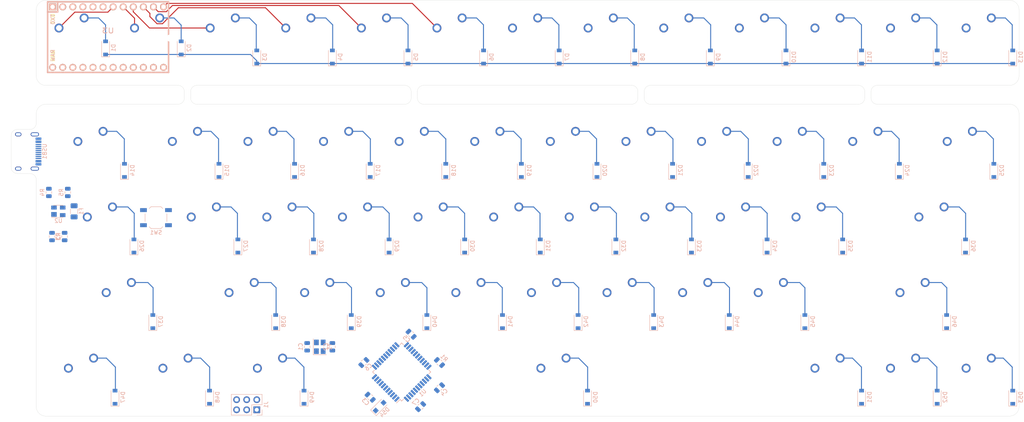
<source format=kicad_pcb>
(kicad_pcb (version 20190905) (host pcbnew "(5.99.0-208-ga1d3f3486)")
  (layers (0 "F.Cu" signal) (31 "B.Cu" signal) (34 "B.Paste" user) (35 "F.Paste" user) (36 "B.SilkS" user) (37 "F.SilkS" user) (38 "B.Mask" user) (39 "F.Mask" user) (44 "Edge.Cuts" user))
  (net 0 "")
  (net 1 "Net-(C1-Pad2)")
  (net 2 "GND")
  (net 3 "Net-(C2-Pad1)")
  (net 4 "Net-(C3-Pad1)")
  (net 5 "+5V")
  (net 6 "Net-(D1-Pad2)")
  (net 7 "ROW0")
  (net 8 "Net-(D2-Pad2)")
  (net 9 "Net-(D3-Pad2)")
  (net 10 "Net-(D4-Pad2)")
  (net 11 "Net-(D5-Pad2)")
  (net 12 "Net-(D6-Pad2)")
  (net 13 "Net-(D7-Pad2)")
  (net 14 "Net-(D8-Pad2)")
  (net 15 "Net-(D9-Pad2)")
  (net 16 "Net-(D10-Pad2)")
  (net 17 "Net-(D11-Pad2)")
  (net 18 "Net-(D12-Pad2)")
  (net 19 "Net-(D13-Pad2)")
  (net 20 "Net-(D14-Pad2)")
  (net 21 "ROW1")
  (net 22 "Net-(D15-Pad2)")
  (net 23 "Net-(D16-Pad2)")
  (net 24 "Net-(D17-Pad2)")
  (net 25 "Net-(D18-Pad2)")
  (net 26 "Net-(D19-Pad2)")
  (net 27 "Net-(D20-Pad2)")
  (net 28 "Net-(D21-Pad2)")
  (net 29 "Net-(D22-Pad2)")
  (net 30 "Net-(D23-Pad2)")
  (net 31 "Net-(D24-Pad2)")
  (net 32 "Net-(D25-Pad2)")
  (net 33 "Net-(D26-Pad2)")
  (net 34 "ROW2")
  (net 35 "Net-(D27-Pad2)")
  (net 36 "Net-(D28-Pad2)")
  (net 37 "Net-(D29-Pad2)")
  (net 38 "Net-(D30-Pad2)")
  (net 39 "Net-(D31-Pad2)")
  (net 40 "Net-(D32-Pad2)")
  (net 41 "Net-(D33-Pad2)")
  (net 42 "Net-(D34-Pad2)")
  (net 43 "Net-(D35-Pad2)")
  (net 44 "Net-(D36-Pad2)")
  (net 45 "Net-(D37-Pad2)")
  (net 46 "ROW3")
  (net 47 "Net-(D38-Pad2)")
  (net 48 "Net-(D39-Pad2)")
  (net 49 "Net-(D40-Pad2)")
  (net 50 "Net-(D41-Pad2)")
  (net 51 "Net-(D42-Pad2)")
  (net 52 "Net-(D43-Pad2)")
  (net 53 "Net-(D44-Pad2)")
  (net 54 "Net-(D45-Pad2)")
  (net 55 "Net-(D46-Pad2)")
  (net 56 "Net-(D47-Pad2)")
  (net 57 "Net-(D48-Pad2)")
  (net 58 "Net-(D49-Pad2)")
  (net 59 "Net-(D50-Pad2)")
  (net 60 "Net-(D51-Pad2)")
  (net 61 "Net-(D52-Pad2)")
  (net 62 "Net-(D53-Pad2)")
  (net 63 "VBUS")
  (net 64 "VCC")
  (net 65 "RESET")
  (net 66 "COL0")
  (net 67 "COL1")
  (net 68 "COL2")
  (net 69 "COL3")
  (net 70 "COL4")
  (net 71 "COL5")
  (net 72 "COL6")
  (net 73 "COL7")
  (net 74 "COL8")
  (net 75 "COL9")
  (net 76 "COL10")
  (net 77 "COL11")
  (net 78 "COL12")
  (net 79 "Net-(R1-Pad2)")
  (net 80 "Net-(R2-Pad2)")
  (net 81 "D-")
  (net 82 "D+")
  (net 83 "Net-(R3-Pad1)")
  (net 84 "Net-(R4-Pad1)")
  (net 85 "Net-(R5-Pad1)")
  (net 86 "Net-(U1-Pad42)")
  (net 87 "Net-(U1-Pad41)")
  (net 88 "Net-(U1-Pad40)")
  (net 89 "Net-(U1-Pad39)")
  (net 90 "Net-(U1-Pad32)")
  (net 91 "Net-(U1-Pad26)")
  (net 92 "Net-(U1-Pad22)")
  (net 93 "Net-(U1-Pad21)")
  (net 94 "Net-(U1-Pad20)")
  (net 95 "Net-(U1-Pad19)")
  (net 96 "Net-(U1-Pad12)")
  (net 97 "Net-(U1-Pad8)")
  (net 98 "Net-(USB1-Pad3)")
  (net 99 "Net-(USB1-Pad9)")
  (net 100 "Net-(U2-Pad24)")
  (net 101 "Net-(U2-Pad23)")
  (net 102 "Net-(U2-Pad22)")
  (net 103 "Net-(U2-Pad21)")
  (net 104 "Net-(U2-Pad20)")
  (net 105 "Net-(U2-Pad5)")
  (net 106 "Net-(U2-Pad4)")
  (net 107 "Net-(U2-Pad3)")
  (net 108 "Net-(U2-Pad2)")
  (net 109 "Net-(U2-Pad1)")
  (module "MX_Only:MXOnly-1U-NoLED" (layer "F.Cu") (at 52.3875 33.3375)
    (fp_text reference "MX2")
    (fp_text value "MX-NoLED")
    (pad "2" thru_hole circle (at 2.54 -5.08) (size 2.25 2.25) (drill 1.47) (layers *.Cu "B.Mask") (net 8 "Net-(D2-Pad2)"))
    (pad "" np_thru_hole circle (at 0 0) (size 3.9878 3.9878) (drill 3.9878) (layers *.Cu *.Mask))
    (pad "1" thru_hole circle (at -3.81 -2.54) (size 2.25 2.25) (drill 1.47) (layers *.Cu "B.Mask") (net 67 "COL1"))
    (pad "" np_thru_hole circle (at -5.08 0 48.0996) (size 1.75 1.75) (drill 1.75) (layers *.Cu *.Mask))
    (pad "" np_thru_hole circle (at 5.08 0 48.0996) (size 1.75 1.75) (drill 1.75) (layers *.Cu *.Mask))
  )
  (module "MX_Only:MXOnly-1U-NoLED" (layer "F.Cu") (at 90.4875 33.3375)
    (fp_text reference "MX4")
    (fp_text value "MX-NoLED")
    (pad "2" thru_hole circle (at 2.54 -5.08) (size 2.25 2.25) (drill 1.47) (layers *.Cu "B.Mask") (net 10 "Net-(D4-Pad2)"))
    (pad "" np_thru_hole circle (at 0 0) (size 3.9878 3.9878) (drill 3.9878) (layers *.Cu *.Mask))
    (pad "1" thru_hole circle (at -3.81 -2.54) (size 2.25 2.25) (drill 1.47) (layers *.Cu "B.Mask") (net 69 "COL3"))
    (pad "" np_thru_hole circle (at -5.08 0 48.0996) (size 1.75 1.75) (drill 1.75) (layers *.Cu *.Mask))
    (pad "" np_thru_hole circle (at 5.08 0 48.0996) (size 1.75 1.75) (drill 1.75) (layers *.Cu *.Mask))
  )
  (module "Keebio-Parts:ArduinoProMicro-TopSide" (layer "B.Cu") (at 41.90625 33.09375)
    (fp_text reference "U3" (at 0 -1.625) (layer "B.SilkS") (effects (font (size 1.27 1.524) (thickness 0.2032)) (justify mirror)))
    (fp_text value "ProMicro-keebio" hide)
    (fp_text user "TX0" (at -13.9 -4.5 -90) (layer "B.SilkS") (effects (justify mirror)))
    (fp_text user "RAW" (at -13.9 4.6 -90) (layer "B.SilkS") (effects (justify mirror)))
    (fp_text user "RAW" (at -13.9 4.7 -90) (layer "F.SilkS"))
    (fp_text user "TX0" (at -13.9 -4.6 -90) (layer "F.SilkS"))
    (pad "24" thru_hole circle (at -13.97 7.62) (size 1.7526 1.7526) (drill 1.0922) (layers *.Cu *.SilkS *.Mask) (net 100 "Net-(U2-Pad24)"))
    (pad "12" thru_hole circle (at 13.97 -7.62) (size 1.7526 1.7526) (drill 1.0922) (layers *.Cu *.SilkS *.Mask) (net 71 "COL5"))
    (pad "23" thru_hole circle (at -11.43 7.62) (size 1.7526 1.7526) (drill 1.0922) (layers *.Cu *.SilkS *.Mask) (net 101 "Net-(U2-Pad23)"))
    (pad "22" thru_hole circle (at -8.89 7.62) (size 1.7526 1.7526) (drill 1.0922) (layers *.Cu *.SilkS *.Mask) (net 102 "Net-(U2-Pad22)"))
    (pad "21" thru_hole circle (at -6.35 7.62) (size 1.7526 1.7526) (drill 1.0922) (layers *.Cu *.SilkS *.Mask) (net 103 "Net-(U2-Pad21)"))
    (pad "20" thru_hole circle (at -3.81 7.62) (size 1.7526 1.7526) (drill 1.0922) (layers *.Cu *.SilkS *.Mask) (net 104 "Net-(U2-Pad20)"))
    (pad "19" thru_hole circle (at -1.27 7.62) (size 1.7526 1.7526) (drill 1.0922) (layers *.Cu *.SilkS *.Mask) (net 78 "COL12"))
    (pad "18" thru_hole circle (at 1.27 7.62) (size 1.7526 1.7526) (drill 1.0922) (layers *.Cu *.SilkS *.Mask) (net 77 "COL11"))
    (pad "17" thru_hole circle (at 3.81 7.62) (size 1.7526 1.7526) (drill 1.0922) (layers *.Cu *.SilkS *.Mask) (net 76 "COL10"))
    (pad "16" thru_hole circle (at 6.35 7.62) (size 1.7526 1.7526) (drill 1.0922) (layers *.Cu *.SilkS *.Mask) (net 75 "COL9"))
    (pad "15" thru_hole circle (at 8.89 7.62) (size 1.7526 1.7526) (drill 1.0922) (layers *.Cu *.SilkS *.Mask) (net 74 "COL8"))
    (pad "14" thru_hole circle (at 11.43 7.62) (size 1.7526 1.7526) (drill 1.0922) (layers *.Cu *.SilkS *.Mask) (net 73 "COL7"))
    (pad "13" thru_hole circle (at 13.97 7.62) (size 1.7526 1.7526) (drill 1.0922) (layers *.Cu *.SilkS *.Mask) (net 72 "COL6"))
    (pad "11" thru_hole circle (at 11.43 -7.62) (size 1.7526 1.7526) (drill 1.0922) (layers *.Cu *.SilkS *.Mask) (net 70 "COL4"))
    (pad "10" thru_hole circle (at 8.89 -7.62) (size 1.7526 1.7526) (drill 1.0922) (layers *.Cu *.SilkS *.Mask) (net 69 "COL3"))
    (pad "9" thru_hole circle (at 6.35 -7.62) (size 1.7526 1.7526) (drill 1.0922) (layers *.Cu *.SilkS *.Mask) (net 68 "COL2"))
    (pad "8" thru_hole circle (at 3.81 -7.62) (size 1.7526 1.7526) (drill 1.0922) (layers *.Cu *.SilkS *.Mask) (net 67 "COL1"))
    (pad "7" thru_hole circle (at 1.27 -7.62) (size 1.7526 1.7526) (drill 1.0922) (layers *.Cu *.SilkS *.Mask) (net 66 "COL0"))
    (pad "6" thru_hole circle (at -1.27 -7.62) (size 1.7526 1.7526) (drill 1.0922) (layers *.Cu *.SilkS *.Mask) (net 7 "ROW0"))
    (pad "5" thru_hole circle (at -3.81 -7.62) (size 1.7526 1.7526) (drill 1.0922) (layers *.Cu *.SilkS *.Mask) (net 105 "Net-(U2-Pad5)"))
    (pad "4" thru_hole circle (at -6.35 -7.62) (size 1.7526 1.7526) (drill 1.0922) (layers *.Cu *.SilkS *.Mask) (net 106 "Net-(U2-Pad4)"))
    (pad "3" thru_hole circle (at -8.89 -7.62) (size 1.7526 1.7526) (drill 1.0922) (layers *.Cu *.SilkS *.Mask) (net 107 "Net-(U2-Pad3)"))
    (pad "2" thru_hole circle (at -11.43 -7.62) (size 1.7526 1.7526) (drill 1.0922) (layers *.Cu *.SilkS *.Mask) (net 108 "Net-(U2-Pad2)"))
    (pad "1" thru_hole rect (at -13.97 -7.62) (size 1.7526 1.7526) (drill 1.0922) (layers *.Cu *.SilkS *.Mask) (net 109 "Net-(U2-Pad1)"))
  )
  (module "MX_Only:MXOnly-6.25U-ReversedStabilizers-NoLED" (layer "F.Cu") (at 154.78125 119.0625)
    (fp_text reference "MX50")
    (fp_text value "MX-NoLED")
    (pad "2" thru_hole circle (at 2.54 -5.08) (size 2.25 2.25) (drill 1.47) (layers *.Cu "B.Mask") (net 59 "Net-(D50-Pad2)"))
    (pad "" np_thru_hole circle (at 0 0) (size 3.9878 3.9878) (drill 3.9878) (layers *.Cu *.Mask))
    (pad "1" thru_hole circle (at -3.81 -2.54) (size 2.25 2.25) (drill 1.47) (layers *.Cu "B.Mask") (net 72 "COL6"))
    (pad "" np_thru_hole circle (at -5.08 0 48.0996) (size 1.75 1.75) (drill 1.75) (layers *.Cu *.Mask))
    (pad "" np_thru_hole circle (at 5.08 0 48.0996) (size 1.75 1.75) (drill 1.75) (layers *.Cu *.Mask))
    (pad "" np_thru_hole circle (at -49.9999 6.985) (size 3.048 3.048) (drill 3.048) (layers *.Cu *.Mask))
    (pad "" np_thru_hole circle (at 49.9999 6.985) (size 3.048 3.048) (drill 3.048) (layers *.Cu *.Mask))
    (pad "" np_thru_hole circle (at -49.9999 -8.255) (size 3.9878 3.9878) (drill 3.9878) (layers *.Cu *.Mask))
    (pad "" np_thru_hole circle (at 49.9999 -8.255) (size 3.9878 3.9878) (drill 3.9878) (layers *.Cu *.Mask))
  )
  (module "Crystal:Crystal_SMD_3225-4Pin_3.2x2.5mm" (layer "B.Cu") (at 95.25 111.125 90)
    (fp_text reference "Y1" (at 0 2.45 90) (layer "B.SilkS") (effects (justify mirror)))
    (fp_text value "16MHz")
    (pad "4" smd rect (at -1.1 0.85 90) (size 1.4 1.2) (layers "B.Cu" "B.Paste" "B.Mask") (net 2 "GND"))
    (pad "3" smd rect (at 1.1 0.85 90) (size 1.4 1.2) (layers "B.Cu" "B.Paste" "B.Mask") (net 3 "Net-(C2-Pad1)"))
    (pad "2" smd rect (at 1.1 -0.85 90) (size 1.4 1.2) (layers "B.Cu" "B.Paste" "B.Mask") (net 2 "GND"))
    (pad "1" smd rect (at -1.1 -0.85 90) (size 1.4 1.2) (layers "B.Cu" "B.Paste" "B.Mask") (net 1 "Net-(C1-Pad2)"))
  )
  (module "Type-C:HRO-TYPE-C-31-M-12" (layer "B.Cu") (at 16.66875 61.9125 90)
    (fp_text reference "USB1" (at 0 9.25 90) (layer "B.SilkS") (effects (justify mirror)))
    (fp_text value "HRO-TYPE-C-31-M-12")
    (pad "12" smd rect (at 3.225 7.695 90) (size 0.6 1.45) (layers "B.Cu" "B.Paste" "B.Mask") (net 2 "GND"))
    (pad "1" smd rect (at -3.225 7.695 90) (size 0.6 1.45) (layers "B.Cu" "B.Paste" "B.Mask") (net 2 "GND"))
    (pad "11" smd rect (at 2.45 7.695 90) (size 0.6 1.45) (layers "B.Cu" "B.Paste" "B.Mask") (net 64 "VCC"))
    (pad "2" smd rect (at -2.45 7.695 90) (size 0.6 1.45) (layers "B.Cu" "B.Paste" "B.Mask") (net 64 "VCC"))
    (pad "3" smd rect (at -1.75 7.695 90) (size 0.3 1.45) (layers "B.Cu" "B.Paste" "B.Mask") (net 98 "Net-(USB1-Pad3)"))
    (pad "10" smd rect (at 1.75 7.695 90) (size 0.3 1.45) (layers "B.Cu" "B.Paste" "B.Mask") (net 85 "Net-(R5-Pad1)"))
    (pad "4" smd rect (at -1.25 7.695 90) (size 0.3 1.45) (layers "B.Cu" "B.Paste" "B.Mask") (net 84 "Net-(R4-Pad1)"))
    (pad "9" smd rect (at 1.25 7.695 90) (size 0.3 1.45) (layers "B.Cu" "B.Paste" "B.Mask") (net 99 "Net-(USB1-Pad9)"))
    (pad "5" smd rect (at -0.75 7.695 90) (size 0.3 1.45) (layers "B.Cu" "B.Paste" "B.Mask") (net 80 "Net-(R2-Pad2)"))
    (pad "8" smd rect (at 0.75 7.695 90) (size 0.3 1.45) (layers "B.Cu" "B.Paste" "B.Mask") (net 83 "Net-(R3-Pad1)"))
    (pad "7" smd rect (at 0.25 7.695 90) (size 0.3 1.45) (layers "B.Cu" "B.Paste" "B.Mask") (net 80 "Net-(R2-Pad2)"))
    (pad "6" smd rect (at -0.25 7.695 90) (size 0.3 1.45) (layers "B.Cu" "B.Paste" "B.Mask") (net 83 "Net-(R3-Pad1)"))
    (pad "" np_thru_hole circle (at 2.89 6.25 90) (size 0.65 0.65) (drill 0.65) (layers *.Cu *.Mask))
    (pad "" np_thru_hole circle (at -2.89 6.25 90) (size 0.65 0.65) (drill 0.65) (layers *.Cu *.Mask))
    (pad "13" thru_hole oval (at -4.32 6.78 90) (size 1 2.1) (drill oval 0.6 1.7) (layers *.Cu "F.Mask") (net 2 "GND"))
    (pad "13" thru_hole oval (at 4.32 6.78 90) (size 1 2.1) (drill oval 0.6 1.7) (layers *.Cu "F.Mask") (net 2 "GND"))
    (pad "13" thru_hole oval (at -4.32 2.6 90) (size 1 1.6) (drill oval 0.6 1.2) (layers *.Cu "F.Mask") (net 2 "GND"))
    (pad "13" thru_hole oval (at 4.32 2.6 90) (size 1 1.6) (drill oval 0.6 1.2) (layers *.Cu "F.Mask") (net 2 "GND"))
  )
  (module "Package_TO_SOT_SMD:SOT-143" (layer "B.Cu") (at 29.36875 76.99375)
    (fp_text reference "U2" (at 0.02 2.38) (layer "B.SilkS") (effects (justify mirror)))
    (fp_text value "PRTR5V0U2X")
    (pad "4" smd rect (at 1.1 0.95 90) (size 1 1.4) (layers "B.Cu" "B.Paste" "B.Mask") (net 64 "VCC"))
    (pad "3" smd rect (at 1.1 -0.95 90) (size 1 1.4) (layers "B.Cu" "B.Paste" "B.Mask") (net 80 "Net-(R2-Pad2)"))
    (pad "2" smd rect (at -1.1 -0.95 90) (size 1 1.4) (layers "B.Cu" "B.Paste" "B.Mask") (net 83 "Net-(R3-Pad1)"))
    (pad "1" smd rect (at -1.1 0.77 90) (size 1.2 1.4) (layers "B.Cu" "B.Paste" "B.Mask") (net 2 "GND"))
  )
  (module "Package_QFP:TQFP-44_10x10mm_P0.8mm" (layer "B.Cu") (at 115.8875 117.475 45)
    (fp_text reference "U1" (at 0 7.45 45) (layer "B.SilkS") (effects (justify mirror)))
    (fp_text value "ATmega32U4-AU")
    (pad "44" smd rect (at -4 5.7 315) (size 1.5 0.55) (layers "B.Cu" "B.Paste" "B.Mask") (net 5 "+5V"))
    (pad "43" smd rect (at -3.2 5.7 315) (size 1.5 0.55) (layers "B.Cu" "B.Paste" "B.Mask") (net 2 "GND"))
    (pad "42" smd rect (at -2.4 5.7 315) (size 1.5 0.55) (layers "B.Cu" "B.Paste" "B.Mask") (net 86 "Net-(U1-Pad42)"))
    (pad "41" smd rect (at -1.6 5.7 315) (size 1.5 0.55) (layers "B.Cu" "B.Paste" "B.Mask") (net 87 "Net-(U1-Pad41)"))
    (pad "40" smd rect (at -0.8 5.7 315) (size 1.5 0.55) (layers "B.Cu" "B.Paste" "B.Mask") (net 88 "Net-(U1-Pad40)"))
    (pad "39" smd rect (at 0 5.7 315) (size 1.5 0.55) (layers "B.Cu" "B.Paste" "B.Mask") (net 89 "Net-(U1-Pad39)"))
    (pad "38" smd rect (at 0.8 5.7 315) (size 1.5 0.55) (layers "B.Cu" "B.Paste" "B.Mask") (net 78 "COL12"))
    (pad "37" smd rect (at 1.6 5.7 315) (size 1.5 0.55) (layers "B.Cu" "B.Paste" "B.Mask") (net 77 "COL11"))
    (pad "36" smd rect (at 2.4 5.7 315) (size 1.5 0.55) (layers "B.Cu" "B.Paste" "B.Mask") (net 76 "COL10"))
    (pad "35" smd rect (at 3.2 5.7 315) (size 1.5 0.55) (layers "B.Cu" "B.Paste" "B.Mask") (net 2 "GND"))
    (pad "34" smd rect (at 4 5.7 315) (size 1.5 0.55) (layers "B.Cu" "B.Paste" "B.Mask") (net 5 "+5V"))
    (pad "33" smd rect (at 5.7 4 45) (size 1.5 0.55) (layers "B.Cu" "B.Paste" "B.Mask") (net 79 "Net-(R1-Pad2)"))
    (pad "32" smd rect (at 5.7 3.2 45) (size 1.5 0.55) (layers "B.Cu" "B.Paste" "B.Mask") (net 90 "Net-(U1-Pad32)"))
    (pad "31" smd rect (at 5.7 2.4 45) (size 1.5 0.55) (layers "B.Cu" "B.Paste" "B.Mask") (net 67 "COL1"))
    (pad "30" smd rect (at 5.7 1.6 45) (size 1.5 0.55) (layers "B.Cu" "B.Paste" "B.Mask") (net 72 "COL6"))
    (pad "29" smd rect (at 5.7 0.8 45) (size 1.5 0.55) (layers "B.Cu" "B.Paste" "B.Mask") (net 71 "COL5"))
    (pad "28" smd rect (at 5.7 0 45) (size 1.5 0.55) (layers "B.Cu" "B.Paste" "B.Mask") (net 70 "COL4"))
    (pad "27" smd rect (at 5.7 -0.8 45) (size 1.5 0.55) (layers "B.Cu" "B.Paste" "B.Mask") (net 68 "COL2"))
    (pad "26" smd rect (at 5.7 -1.6 45) (size 1.5 0.55) (layers "B.Cu" "B.Paste" "B.Mask") (net 91 "Net-(U1-Pad26)"))
    (pad "25" smd rect (at 5.7 -2.4 45) (size 1.5 0.55) (layers "B.Cu" "B.Paste" "B.Mask") (net 66 "COL0"))
    (pad "24" smd rect (at 5.7 -3.2 45) (size 1.5 0.55) (layers "B.Cu" "B.Paste" "B.Mask") (net 5 "+5V"))
    (pad "23" smd rect (at 5.7 -4 45) (size 1.5 0.55) (layers "B.Cu" "B.Paste" "B.Mask") (net 2 "GND"))
    (pad "22" smd rect (at 4 -5.7 315) (size 1.5 0.55) (layers "B.Cu" "B.Paste" "B.Mask") (net 92 "Net-(U1-Pad22)"))
    (pad "21" smd rect (at 3.2 -5.7 315) (size 1.5 0.55) (layers "B.Cu" "B.Paste" "B.Mask") (net 93 "Net-(U1-Pad21)"))
    (pad "20" smd rect (at 2.4 -5.7 315) (size 1.5 0.55) (layers "B.Cu" "B.Paste" "B.Mask") (net 94 "Net-(U1-Pad20)"))
    (pad "19" smd rect (at 1.6 -5.7 315) (size 1.5 0.55) (layers "B.Cu" "B.Paste" "B.Mask") (net 95 "Net-(U1-Pad19)"))
    (pad "18" smd rect (at 0.8 -5.7 315) (size 1.5 0.55) (layers "B.Cu" "B.Paste" "B.Mask") (net 7 "ROW0"))
    (pad "17" smd rect (at 0 -5.7 315) (size 1.5 0.55) (layers "B.Cu" "B.Paste" "B.Mask") (net 1 "Net-(C1-Pad2)"))
    (pad "16" smd rect (at -0.8 -5.7 315) (size 1.5 0.55) (layers "B.Cu" "B.Paste" "B.Mask") (net 3 "Net-(C2-Pad1)"))
    (pad "15" smd rect (at -1.6 -5.7 315) (size 1.5 0.55) (layers "B.Cu" "B.Paste" "B.Mask") (net 2 "GND"))
    (pad "14" smd rect (at -2.4 -5.7 315) (size 1.5 0.55) (layers "B.Cu" "B.Paste" "B.Mask") (net 5 "+5V"))
    (pad "13" smd rect (at -3.2 -5.7 315) (size 1.5 0.55) (layers "B.Cu" "B.Paste" "B.Mask") (net 65 "RESET"))
    (pad "12" smd rect (at -4 -5.7 315) (size 1.5 0.55) (layers "B.Cu" "B.Paste" "B.Mask") (net 96 "Net-(U1-Pad12)"))
    (pad "11" smd rect (at -5.7 -4 45) (size 1.5 0.55) (layers "B.Cu" "B.Paste" "B.Mask") (net 74 "COL8"))
    (pad "10" smd rect (at -5.7 -3.2 45) (size 1.5 0.55) (layers "B.Cu" "B.Paste" "B.Mask") (net 73 "COL7"))
    (pad "9" smd rect (at -5.7 -2.4 45) (size 1.5 0.55) (layers "B.Cu" "B.Paste" "B.Mask") (net 75 "COL9"))
    (pad "8" smd rect (at -5.7 -1.6 45) (size 1.5 0.55) (layers "B.Cu" "B.Paste" "B.Mask") (net 97 "Net-(U1-Pad8)"))
    (pad "7" smd rect (at -5.7 -0.8 45) (size 1.5 0.55) (layers "B.Cu" "B.Paste" "B.Mask") (net 63 "VBUS"))
    (pad "6" smd rect (at -5.7 0 45) (size 1.5 0.55) (layers "B.Cu" "B.Paste" "B.Mask") (net 4 "Net-(C3-Pad1)"))
    (pad "5" smd rect (at -5.7 0.8 45) (size 1.5 0.55) (layers "B.Cu" "B.Paste" "B.Mask") (net 2 "GND"))
    (pad "4" smd rect (at -5.7 1.6 45) (size 1.5 0.55) (layers "B.Cu" "B.Paste" "B.Mask") (net 82 "D+"))
    (pad "3" smd rect (at -5.7 2.4 45) (size 1.5 0.55) (layers "B.Cu" "B.Paste" "B.Mask") (net 81 "D-"))
    (pad "2" smd rect (at -5.7 3.2 45) (size 1.5 0.55) (layers "B.Cu" "B.Paste" "B.Mask") (net 63 "VBUS"))
    (pad "1" smd rect (at -5.7 4 45) (size 1.5 0.55) (layers "B.Cu" "B.Paste" "B.Mask") (net 69 "COL3"))
  )
  (module "Button_Switch_SMD:SW_SPST_TL3342" (layer "B.Cu") (at 53.975 78.58125)
    (fp_text reference "SW1" (at 0 3.75) (layer "B.SilkS") (effects (justify mirror)))
    (fp_text value "SW_Push")
    (pad "2" smd rect (at 3.15 -1.9) (size 1.7 1) (layers "B.Cu" "B.Paste" "B.Mask") (net 65 "RESET"))
    (pad "2" smd rect (at -3.15 -1.9) (size 1.7 1) (layers "B.Cu" "B.Paste" "B.Mask") (net 65 "RESET"))
    (pad "1" smd rect (at 3.15 1.9) (size 1.7 1) (layers "B.Cu" "B.Paste" "B.Mask") (net 2 "GND"))
    (pad "1" smd rect (at -3.15 1.9) (size 1.7 1) (layers "B.Cu" "B.Paste" "B.Mask") (net 2 "GND"))
  )
  (module "Resistor_SMD:R_0805_2012Metric" (layer "B.Cu") (at 31.75 72.23125 -90)
    (fp_text reference "R5" (at 0 1.65 90) (layer "B.SilkS") (effects (justify mirror)))
    (fp_text value "5.1K")
    (pad "2" smd roundrect (at 0.9375 0 270) (size 0.975 1.4) (layers "B.Cu" "B.Paste" "B.Mask") (net 2 "GND"))
    (pad "1" smd roundrect (at -0.9375 0 270) (size 0.975 1.4) (layers "B.Cu" "B.Paste" "B.Mask") (net 85 "Net-(R5-Pad1)"))
  )
  (module "Resistor_SMD:R_0805_2012Metric" (layer "B.Cu") (at 26.9875 72.23125 -90)
    (fp_text reference "R4" (at 0 1.65 90) (layer "B.SilkS") (effects (justify mirror)))
    (fp_text value "5.1K")
    (pad "2" smd roundrect (at 0.9375 0 270) (size 0.975 1.4) (layers "B.Cu" "B.Paste" "B.Mask") (net 2 "GND"))
    (pad "1" smd roundrect (at -0.9375 0 270) (size 0.975 1.4) (layers "B.Cu" "B.Paste" "B.Mask") (net 84 "Net-(R4-Pad1)"))
  )
  (module "Resistor_SMD:R_0805_2012Metric" (layer "B.Cu") (at 30.95625 83.34375 -90)
    (fp_text reference "R3" (at 0 1.65 90) (layer "B.SilkS") (effects (justify mirror)))
    (fp_text value "22")
    (pad "2" smd roundrect (at 0.9375 0 270) (size 0.975 1.4) (layers "B.Cu" "B.Paste" "B.Mask") (net 82 "D+"))
    (pad "1" smd roundrect (at -0.9375 0 270) (size 0.975 1.4) (layers "B.Cu" "B.Paste" "B.Mask") (net 83 "Net-(R3-Pad1)"))
  )
  (module "Resistor_SMD:R_0805_2012Metric" (layer "B.Cu") (at 27.78125 83.34375 90)
    (fp_text reference "R2" (at 0 1.65 90) (layer "B.SilkS") (effects (justify mirror)))
    (fp_text value "22")
    (pad "2" smd roundrect (at 0.9375 0 90) (size 0.975 1.4) (layers "B.Cu" "B.Paste" "B.Mask") (net 80 "Net-(R2-Pad2)"))
    (pad "1" smd roundrect (at -0.9375 0 90) (size 0.975 1.4) (layers "B.Cu" "B.Paste" "B.Mask") (net 81 "D-"))
  )
  (module "Resistor_SMD:R_0805_2012Metric" (layer "B.Cu") (at 125.4125 115.09375 135)
    (fp_text reference "R1" (at 0 1.65 135) (layer "B.SilkS") (effects (justify mirror)))
    (fp_text value "10K")
    (pad "2" smd roundrect (at 0.9375 0 135) (size 0.975 1.4) (layers "B.Cu" "B.Paste" "B.Mask") (net 79 "Net-(R1-Pad2)"))
    (pad "1" smd roundrect (at -0.9375 0 135) (size 0.975 1.4) (layers "B.Cu" "B.Paste" "B.Mask") (net 2 "GND"))
  )
  (module "MX_Only:MXOnly-1U-NoLED" (layer "F.Cu") (at 261.9375 119.0625)
    (fp_text reference "MX53")
    (fp_text value "MX-NoLED")
    (pad "2" thru_hole circle (at 2.54 -5.08) (size 2.25 2.25) (drill 1.47) (layers *.Cu "B.Mask") (net 62 "Net-(D53-Pad2)"))
    (pad "" np_thru_hole circle (at 0 0) (size 3.9878 3.9878) (drill 3.9878) (layers *.Cu *.Mask))
    (pad "1" thru_hole circle (at -3.81 -2.54) (size 2.25 2.25) (drill 1.47) (layers *.Cu "B.Mask") (net 77 "COL11"))
    (pad "" np_thru_hole circle (at -5.08 0 48.0996) (size 1.75 1.75) (drill 1.75) (layers *.Cu *.Mask))
    (pad "" np_thru_hole circle (at 5.08 0 48.0996) (size 1.75 1.75) (drill 1.75) (layers *.Cu *.Mask))
  )
  (module "MX_Only:MXOnly-1U-NoLED" (layer "F.Cu") (at 242.8875 119.0625)
    (fp_text reference "MX52")
    (fp_text value "MX-NoLED")
    (pad "2" thru_hole circle (at 2.54 -5.08) (size 2.25 2.25) (drill 1.47) (layers *.Cu "B.Mask") (net 61 "Net-(D52-Pad2)"))
    (pad "" np_thru_hole circle (at 0 0) (size 3.9878 3.9878) (drill 3.9878) (layers *.Cu *.Mask))
    (pad "1" thru_hole circle (at -3.81 -2.54) (size 2.25 2.25) (drill 1.47) (layers *.Cu "B.Mask") (net 76 "COL10"))
    (pad "" np_thru_hole circle (at -5.08 0 48.0996) (size 1.75 1.75) (drill 1.75) (layers *.Cu *.Mask))
    (pad "" np_thru_hole circle (at 5.08 0 48.0996) (size 1.75 1.75) (drill 1.75) (layers *.Cu *.Mask))
  )
  (module "MX_Only:MXOnly-1U-NoLED" (layer "F.Cu") (at 223.8375 119.0625)
    (fp_text reference "MX51")
    (fp_text value "MX-NoLED")
    (pad "2" thru_hole circle (at 2.54 -5.08) (size 2.25 2.25) (drill 1.47) (layers *.Cu "B.Mask") (net 60 "Net-(D51-Pad2)"))
    (pad "" np_thru_hole circle (at 0 0) (size 3.9878 3.9878) (drill 3.9878) (layers *.Cu *.Mask))
    (pad "1" thru_hole circle (at -3.81 -2.54) (size 2.25 2.25) (drill 1.47) (layers *.Cu "B.Mask") (net 75 "COL9"))
    (pad "" np_thru_hole circle (at -5.08 0 48.0996) (size 1.75 1.75) (drill 1.75) (layers *.Cu *.Mask))
    (pad "" np_thru_hole circle (at 5.08 0 48.0996) (size 1.75 1.75) (drill 1.75) (layers *.Cu *.Mask))
  )
  (module "MX_Only:MXOnly-1.25U-NoLED" (layer "F.Cu") (at 83.34375 119.0625)
    (fp_text reference "MX49")
    (fp_text value "MX-NoLED")
    (pad "2" thru_hole circle (at 2.54 -5.08) (size 2.25 2.25) (drill 1.47) (layers *.Cu "B.Mask") (net 58 "Net-(D49-Pad2)"))
    (pad "" np_thru_hole circle (at 0 0) (size 3.9878 3.9878) (drill 3.9878) (layers *.Cu *.Mask))
    (pad "1" thru_hole circle (at -3.81 -2.54) (size 2.25 2.25) (drill 1.47) (layers *.Cu "B.Mask") (net 69 "COL3"))
    (pad "" np_thru_hole circle (at -5.08 0 48.0996) (size 1.75 1.75) (drill 1.75) (layers *.Cu *.Mask))
    (pad "" np_thru_hole circle (at 5.08 0 48.0996) (size 1.75 1.75) (drill 1.75) (layers *.Cu *.Mask))
  )
  (module "MX_Only:MXOnly-1.25U-NoLED" (layer "F.Cu") (at 59.53125 119.0625)
    (fp_text reference "MX48")
    (fp_text value "MX-NoLED")
    (pad "2" thru_hole circle (at 2.54 -5.08) (size 2.25 2.25) (drill 1.47) (layers *.Cu "B.Mask") (net 57 "Net-(D48-Pad2)"))
    (pad "" np_thru_hole circle (at 0 0) (size 3.9878 3.9878) (drill 3.9878) (layers *.Cu *.Mask))
    (pad "1" thru_hole circle (at -3.81 -2.54) (size 2.25 2.25) (drill 1.47) (layers *.Cu "B.Mask") (net 67 "COL1"))
    (pad "" np_thru_hole circle (at -5.08 0 48.0996) (size 1.75 1.75) (drill 1.75) (layers *.Cu *.Mask))
    (pad "" np_thru_hole circle (at 5.08 0 48.0996) (size 1.75 1.75) (drill 1.75) (layers *.Cu *.Mask))
  )
  (module "MX_Only:MXOnly-1.25U-NoLED" (layer "F.Cu") (at 35.71875 119.0625)
    (fp_text reference "MX47")
    (fp_text value "MX-NoLED")
    (pad "2" thru_hole circle (at 2.54 -5.08) (size 2.25 2.25) (drill 1.47) (layers *.Cu "B.Mask") (net 56 "Net-(D47-Pad2)"))
    (pad "" np_thru_hole circle (at 0 0) (size 3.9878 3.9878) (drill 3.9878) (layers *.Cu *.Mask))
    (pad "1" thru_hole circle (at -3.81 -2.54) (size 2.25 2.25) (drill 1.47) (layers *.Cu "B.Mask") (net 66 "COL0"))
    (pad "" np_thru_hole circle (at -5.08 0 48.0996) (size 1.75 1.75) (drill 1.75) (layers *.Cu *.Mask))
    (pad "" np_thru_hole circle (at 5.08 0 48.0996) (size 1.75 1.75) (drill 1.75) (layers *.Cu *.Mask))
  )
  (module "MX_Only:MXOnly-2.75U-NoLED" (layer "F.Cu") (at 245.26875 100.0125)
    (fp_text reference "MX46")
    (fp_text value "MX-NoLED")
    (pad "2" thru_hole circle (at 2.54 -5.08) (size 2.25 2.25) (drill 1.47) (layers *.Cu "B.Mask") (net 55 "Net-(D46-Pad2)"))
    (pad "" np_thru_hole circle (at 0 0) (size 3.9878 3.9878) (drill 3.9878) (layers *.Cu *.Mask))
    (pad "1" thru_hole circle (at -3.81 -2.54) (size 2.25 2.25) (drill 1.47) (layers *.Cu "B.Mask") (net 77 "COL11"))
    (pad "" np_thru_hole circle (at -5.08 0 48.0996) (size 1.75 1.75) (drill 1.75) (layers *.Cu *.Mask))
    (pad "" np_thru_hole circle (at 5.08 0 48.0996) (size 1.75 1.75) (drill 1.75) (layers *.Cu *.Mask))
    (pad "" np_thru_hole circle (at -11.90625 -6.985) (size 3.048 3.048) (drill 3.048) (layers *.Cu *.Mask))
    (pad "" np_thru_hole circle (at 11.90625 -6.985) (size 3.048 3.048) (drill 3.048) (layers *.Cu *.Mask))
    (pad "" np_thru_hole circle (at -11.90625 8.255) (size 3.9878 3.9878) (drill 3.9878) (layers *.Cu *.Mask))
    (pad "" np_thru_hole circle (at 11.90625 8.255) (size 3.9878 3.9878) (drill 3.9878) (layers *.Cu *.Mask))
  )
  (module "MX_Only:MXOnly-1U-NoLED" (layer "F.Cu") (at 209.55 100.0125)
    (fp_text reference "MX45")
    (fp_text value "MX-NoLED")
    (pad "2" thru_hole circle (at 2.54 -5.08) (size 2.25 2.25) (drill 1.47) (layers *.Cu "B.Mask") (net 54 "Net-(D45-Pad2)"))
    (pad "" np_thru_hole circle (at 0 0) (size 3.9878 3.9878) (drill 3.9878) (layers *.Cu *.Mask))
    (pad "1" thru_hole circle (at -3.81 -2.54) (size 2.25 2.25) (drill 1.47) (layers *.Cu "B.Mask") (net 75 "COL9"))
    (pad "" np_thru_hole circle (at -5.08 0 48.0996) (size 1.75 1.75) (drill 1.75) (layers *.Cu *.Mask))
    (pad "" np_thru_hole circle (at 5.08 0 48.0996) (size 1.75 1.75) (drill 1.75) (layers *.Cu *.Mask))
  )
  (module "MX_Only:MXOnly-1U-NoLED" (layer "F.Cu") (at 190.5 100.0125)
    (fp_text reference "MX44")
    (fp_text value "MX-NoLED")
    (pad "2" thru_hole circle (at 2.54 -5.08) (size 2.25 2.25) (drill 1.47) (layers *.Cu "B.Mask") (net 53 "Net-(D44-Pad2)"))
    (pad "" np_thru_hole circle (at 0 0) (size 3.9878 3.9878) (drill 3.9878) (layers *.Cu *.Mask))
    (pad "1" thru_hole circle (at -3.81 -2.54) (size 2.25 2.25) (drill 1.47) (layers *.Cu "B.Mask") (net 74 "COL8"))
    (pad "" np_thru_hole circle (at -5.08 0 48.0996) (size 1.75 1.75) (drill 1.75) (layers *.Cu *.Mask))
    (pad "" np_thru_hole circle (at 5.08 0 48.0996) (size 1.75 1.75) (drill 1.75) (layers *.Cu *.Mask))
  )
  (module "MX_Only:MXOnly-1U-NoLED" (layer "F.Cu") (at 171.45 100.0125)
    (fp_text reference "MX43")
    (fp_text value "MX-NoLED")
    (pad "2" thru_hole circle (at 2.54 -5.08) (size 2.25 2.25) (drill 1.47) (layers *.Cu "B.Mask") (net 52 "Net-(D43-Pad2)"))
    (pad "" np_thru_hole circle (at 0 0) (size 3.9878 3.9878) (drill 3.9878) (layers *.Cu *.Mask))
    (pad "1" thru_hole circle (at -3.81 -2.54) (size 2.25 2.25) (drill 1.47) (layers *.Cu "B.Mask") (net 73 "COL7"))
    (pad "" np_thru_hole circle (at -5.08 0 48.0996) (size 1.75 1.75) (drill 1.75) (layers *.Cu *.Mask))
    (pad "" np_thru_hole circle (at 5.08 0 48.0996) (size 1.75 1.75) (drill 1.75) (layers *.Cu *.Mask))
  )
  (module "MX_Only:MXOnly-1U-NoLED" (layer "F.Cu") (at 152.4 100.0125)
    (fp_text reference "MX42")
    (fp_text value "MX-NoLED")
    (pad "2" thru_hole circle (at 2.54 -5.08) (size 2.25 2.25) (drill 1.47) (layers *.Cu "B.Mask") (net 51 "Net-(D42-Pad2)"))
    (pad "" np_thru_hole circle (at 0 0) (size 3.9878 3.9878) (drill 3.9878) (layers *.Cu *.Mask))
    (pad "1" thru_hole circle (at -3.81 -2.54) (size 2.25 2.25) (drill 1.47) (layers *.Cu "B.Mask") (net 72 "COL6"))
    (pad "" np_thru_hole circle (at -5.08 0 48.0996) (size 1.75 1.75) (drill 1.75) (layers *.Cu *.Mask))
    (pad "" np_thru_hole circle (at 5.08 0 48.0996) (size 1.75 1.75) (drill 1.75) (layers *.Cu *.Mask))
  )
  (module "MX_Only:MXOnly-1U-NoLED" (layer "F.Cu") (at 133.35 100.0125)
    (fp_text reference "MX41")
    (fp_text value "MX-NoLED")
    (pad "2" thru_hole circle (at 2.54 -5.08) (size 2.25 2.25) (drill 1.47) (layers *.Cu "B.Mask") (net 50 "Net-(D41-Pad2)"))
    (pad "" np_thru_hole circle (at 0 0) (size 3.9878 3.9878) (drill 3.9878) (layers *.Cu *.Mask))
    (pad "1" thru_hole circle (at -3.81 -2.54) (size 2.25 2.25) (drill 1.47) (layers *.Cu "B.Mask") (net 71 "COL5"))
    (pad "" np_thru_hole circle (at -5.08 0 48.0996) (size 1.75 1.75) (drill 1.75) (layers *.Cu *.Mask))
    (pad "" np_thru_hole circle (at 5.08 0 48.0996) (size 1.75 1.75) (drill 1.75) (layers *.Cu *.Mask))
  )
  (module "MX_Only:MXOnly-1U-NoLED" (layer "F.Cu") (at 114.3 100.0125)
    (fp_text reference "MX40")
    (fp_text value "MX-NoLED")
    (pad "2" thru_hole circle (at 2.54 -5.08) (size 2.25 2.25) (drill 1.47) (layers *.Cu "B.Mask") (net 49 "Net-(D40-Pad2)"))
    (pad "" np_thru_hole circle (at 0 0) (size 3.9878 3.9878) (drill 3.9878) (layers *.Cu *.Mask))
    (pad "1" thru_hole circle (at -3.81 -2.54) (size 2.25 2.25) (drill 1.47) (layers *.Cu "B.Mask") (net 70 "COL4"))
    (pad "" np_thru_hole circle (at -5.08 0 48.0996) (size 1.75 1.75) (drill 1.75) (layers *.Cu *.Mask))
    (pad "" np_thru_hole circle (at 5.08 0 48.0996) (size 1.75 1.75) (drill 1.75) (layers *.Cu *.Mask))
  )
  (module "MX_Only:MXOnly-1U-NoLED" (layer "F.Cu") (at 95.25 100.0125)
    (fp_text reference "MX39")
    (fp_text value "MX-NoLED")
    (pad "2" thru_hole circle (at 2.54 -5.08) (size 2.25 2.25) (drill 1.47) (layers *.Cu "B.Mask") (net 48 "Net-(D39-Pad2)"))
    (pad "" np_thru_hole circle (at 0 0) (size 3.9878 3.9878) (drill 3.9878) (layers *.Cu *.Mask))
    (pad "1" thru_hole circle (at -3.81 -2.54) (size 2.25 2.25) (drill 1.47) (layers *.Cu "B.Mask") (net 69 "COL3"))
    (pad "" np_thru_hole circle (at -5.08 0 48.0996) (size 1.75 1.75) (drill 1.75) (layers *.Cu *.Mask))
    (pad "" np_thru_hole circle (at 5.08 0 48.0996) (size 1.75 1.75) (drill 1.75) (layers *.Cu *.Mask))
  )
  (module "MX_Only:MXOnly-1U-NoLED" (layer "F.Cu") (at 76.2 100.0125)
    (fp_text reference "MX38")
    (fp_text value "MX-NoLED")
    (pad "2" thru_hole circle (at 2.54 -5.08) (size 2.25 2.25) (drill 1.47) (layers *.Cu "B.Mask") (net 47 "Net-(D38-Pad2)"))
    (pad "" np_thru_hole circle (at 0 0) (size 3.9878 3.9878) (drill 3.9878) (layers *.Cu *.Mask))
    (pad "1" thru_hole circle (at -3.81 -2.54) (size 2.25 2.25) (drill 1.47) (layers *.Cu "B.Mask") (net 68 "COL2"))
    (pad "" np_thru_hole circle (at -5.08 0 48.0996) (size 1.75 1.75) (drill 1.75) (layers *.Cu *.Mask))
    (pad "" np_thru_hole circle (at 5.08 0 48.0996) (size 1.75 1.75) (drill 1.75) (layers *.Cu *.Mask))
  )
  (module "MX_Only:MXOnly-2.25U-NoLED" (layer "F.Cu") (at 45.24375 100.0125)
    (fp_text reference "MX37")
    (fp_text value "MX-NoLED")
    (pad "2" thru_hole circle (at 2.54 -5.08) (size 2.25 2.25) (drill 1.47) (layers *.Cu "B.Mask") (net 45 "Net-(D37-Pad2)"))
    (pad "" np_thru_hole circle (at 0 0) (size 3.9878 3.9878) (drill 3.9878) (layers *.Cu *.Mask))
    (pad "1" thru_hole circle (at -3.81 -2.54) (size 2.25 2.25) (drill 1.47) (layers *.Cu "B.Mask") (net 67 "COL1"))
    (pad "" np_thru_hole circle (at -5.08 0 48.0996) (size 1.75 1.75) (drill 1.75) (layers *.Cu *.Mask))
    (pad "" np_thru_hole circle (at 5.08 0 48.0996) (size 1.75 1.75) (drill 1.75) (layers *.Cu *.Mask))
    (pad "" np_thru_hole circle (at -11.90625 -6.985) (size 3.048 3.048) (drill 3.048) (layers *.Cu *.Mask))
    (pad "" np_thru_hole circle (at 11.90625 -6.985) (size 3.048 3.048) (drill 3.048) (layers *.Cu *.Mask))
    (pad "" np_thru_hole circle (at -11.90625 8.255) (size 3.9878 3.9878) (drill 3.9878) (layers *.Cu *.Mask))
    (pad "" np_thru_hole circle (at 11.90625 8.255) (size 3.9878 3.9878) (drill 3.9878) (layers *.Cu *.Mask))
  )
  (module "MX_Only:MXOnly-2.25U-NoLED" (layer "F.Cu") (at 250.03125 80.9625)
    (fp_text reference "MX36")
    (fp_text value "MX-NoLED")
    (pad "2" thru_hole circle (at 2.54 -5.08) (size 2.25 2.25) (drill 1.47) (layers *.Cu "B.Mask") (net 44 "Net-(D36-Pad2)"))
    (pad "" np_thru_hole circle (at 0 0) (size 3.9878 3.9878) (drill 3.9878) (layers *.Cu *.Mask))
    (pad "1" thru_hole circle (at -3.81 -2.54) (size 2.25 2.25) (drill 1.47) (layers *.Cu "B.Mask") (net 77 "COL11"))
    (pad "" np_thru_hole circle (at -5.08 0 48.0996) (size 1.75 1.75) (drill 1.75) (layers *.Cu *.Mask))
    (pad "" np_thru_hole circle (at 5.08 0 48.0996) (size 1.75 1.75) (drill 1.75) (layers *.Cu *.Mask))
    (pad "" np_thru_hole circle (at -11.90625 -6.985) (size 3.048 3.048) (drill 3.048) (layers *.Cu *.Mask))
    (pad "" np_thru_hole circle (at 11.90625 -6.985) (size 3.048 3.048) (drill 3.048) (layers *.Cu *.Mask))
    (pad "" np_thru_hole circle (at -11.90625 8.255) (size 3.9878 3.9878) (drill 3.9878) (layers *.Cu *.Mask))
    (pad "" np_thru_hole circle (at 11.90625 8.255) (size 3.9878 3.9878) (drill 3.9878) (layers *.Cu *.Mask))
  )
  (module "MX_Only:MXOnly-1U-NoLED" (layer "F.Cu") (at 219.075 80.9625)
    (fp_text reference "MX35")
    (fp_text value "MX-NoLED")
    (pad "2" thru_hole circle (at 2.54 -5.08) (size 2.25 2.25) (drill 1.47) (layers *.Cu "B.Mask") (net 43 "Net-(D35-Pad2)"))
    (pad "" np_thru_hole circle (at 0 0) (size 3.9878 3.9878) (drill 3.9878) (layers *.Cu *.Mask))
    (pad "1" thru_hole circle (at -3.81 -2.54) (size 2.25 2.25) (drill 1.47) (layers *.Cu "B.Mask") (net 76 "COL10"))
    (pad "" np_thru_hole circle (at -5.08 0 48.0996) (size 1.75 1.75) (drill 1.75) (layers *.Cu *.Mask))
    (pad "" np_thru_hole circle (at 5.08 0 48.0996) (size 1.75 1.75) (drill 1.75) (layers *.Cu *.Mask))
  )
  (module "MX_Only:MXOnly-1U-NoLED" (layer "F.Cu") (at 200.025 80.9625)
    (fp_text reference "MX34")
    (fp_text value "MX-NoLED")
    (pad "2" thru_hole circle (at 2.54 -5.08) (size 2.25 2.25) (drill 1.47) (layers *.Cu "B.Mask") (net 42 "Net-(D34-Pad2)"))
    (pad "" np_thru_hole circle (at 0 0) (size 3.9878 3.9878) (drill 3.9878) (layers *.Cu *.Mask))
    (pad "1" thru_hole circle (at -3.81 -2.54) (size 2.25 2.25) (drill 1.47) (layers *.Cu "B.Mask") (net 75 "COL9"))
    (pad "" np_thru_hole circle (at -5.08 0 48.0996) (size 1.75 1.75) (drill 1.75) (layers *.Cu *.Mask))
    (pad "" np_thru_hole circle (at 5.08 0 48.0996) (size 1.75 1.75) (drill 1.75) (layers *.Cu *.Mask))
  )
  (module "MX_Only:MXOnly-1U-NoLED" (layer "F.Cu") (at 180.975 80.9625)
    (fp_text reference "MX33")
    (fp_text value "MX-NoLED")
    (pad "2" thru_hole circle (at 2.54 -5.08) (size 2.25 2.25) (drill 1.47) (layers *.Cu "B.Mask") (net 41 "Net-(D33-Pad2)"))
    (pad "" np_thru_hole circle (at 0 0) (size 3.9878 3.9878) (drill 3.9878) (layers *.Cu *.Mask))
    (pad "1" thru_hole circle (at -3.81 -2.54) (size 2.25 2.25) (drill 1.47) (layers *.Cu "B.Mask") (net 74 "COL8"))
    (pad "" np_thru_hole circle (at -5.08 0 48.0996) (size 1.75 1.75) (drill 1.75) (layers *.Cu *.Mask))
    (pad "" np_thru_hole circle (at 5.08 0 48.0996) (size 1.75 1.75) (drill 1.75) (layers *.Cu *.Mask))
  )
  (module "MX_Only:MXOnly-1U-NoLED" (layer "F.Cu") (at 161.925 80.9625)
    (fp_text reference "MX32")
    (fp_text value "MX-NoLED")
    (pad "2" thru_hole circle (at 2.54 -5.08) (size 2.25 2.25) (drill 1.47) (layers *.Cu "B.Mask") (net 40 "Net-(D32-Pad2)"))
    (pad "" np_thru_hole circle (at 0 0) (size 3.9878 3.9878) (drill 3.9878) (layers *.Cu *.Mask))
    (pad "1" thru_hole circle (at -3.81 -2.54) (size 2.25 2.25) (drill 1.47) (layers *.Cu "B.Mask") (net 73 "COL7"))
    (pad "" np_thru_hole circle (at -5.08 0 48.0996) (size 1.75 1.75) (drill 1.75) (layers *.Cu *.Mask))
    (pad "" np_thru_hole circle (at 5.08 0 48.0996) (size 1.75 1.75) (drill 1.75) (layers *.Cu *.Mask))
  )
  (module "MX_Only:MXOnly-1U-NoLED" (layer "F.Cu") (at 142.875 80.9625)
    (fp_text reference "MX31")
    (fp_text value "MX-NoLED")
    (pad "2" thru_hole circle (at 2.54 -5.08) (size 2.25 2.25) (drill 1.47) (layers *.Cu "B.Mask") (net 39 "Net-(D31-Pad2)"))
    (pad "" np_thru_hole circle (at 0 0) (size 3.9878 3.9878) (drill 3.9878) (layers *.Cu *.Mask))
    (pad "1" thru_hole circle (at -3.81 -2.54) (size 2.25 2.25) (drill 1.47) (layers *.Cu "B.Mask") (net 72 "COL6"))
    (pad "" np_thru_hole circle (at -5.08 0 48.0996) (size 1.75 1.75) (drill 1.75) (layers *.Cu *.Mask))
    (pad "" np_thru_hole circle (at 5.08 0 48.0996) (size 1.75 1.75) (drill 1.75) (layers *.Cu *.Mask))
  )
  (module "MX_Only:MXOnly-1U-NoLED" (layer "F.Cu") (at 123.825 80.9625)
    (fp_text reference "MX30")
    (fp_text value "MX-NoLED")
    (pad "2" thru_hole circle (at 2.54 -5.08) (size 2.25 2.25) (drill 1.47) (layers *.Cu "B.Mask") (net 38 "Net-(D30-Pad2)"))
    (pad "" np_thru_hole circle (at 0 0) (size 3.9878 3.9878) (drill 3.9878) (layers *.Cu *.Mask))
    (pad "1" thru_hole circle (at -3.81 -2.54) (size 2.25 2.25) (drill 1.47) (layers *.Cu "B.Mask") (net 71 "COL5"))
    (pad "" np_thru_hole circle (at -5.08 0 48.0996) (size 1.75 1.75) (drill 1.75) (layers *.Cu *.Mask))
    (pad "" np_thru_hole circle (at 5.08 0 48.0996) (size 1.75 1.75) (drill 1.75) (layers *.Cu *.Mask))
  )
  (module "MX_Only:MXOnly-1U-NoLED" (layer "F.Cu") (at 104.775 80.9625)
    (fp_text reference "MX29")
    (fp_text value "MX-NoLED")
    (pad "2" thru_hole circle (at 2.54 -5.08) (size 2.25 2.25) (drill 1.47) (layers *.Cu "B.Mask") (net 37 "Net-(D29-Pad2)"))
    (pad "" np_thru_hole circle (at 0 0) (size 3.9878 3.9878) (drill 3.9878) (layers *.Cu *.Mask))
    (pad "1" thru_hole circle (at -3.81 -2.54) (size 2.25 2.25) (drill 1.47) (layers *.Cu "B.Mask") (net 70 "COL4"))
    (pad "" np_thru_hole circle (at -5.08 0 48.0996) (size 1.75 1.75) (drill 1.75) (layers *.Cu *.Mask))
    (pad "" np_thru_hole circle (at 5.08 0 48.0996) (size 1.75 1.75) (drill 1.75) (layers *.Cu *.Mask))
  )
  (module "MX_Only:MXOnly-1U-NoLED" (layer "F.Cu") (at 85.725 80.9625)
    (fp_text reference "MX28")
    (fp_text value "MX-NoLED")
    (pad "2" thru_hole circle (at 2.54 -5.08) (size 2.25 2.25) (drill 1.47) (layers *.Cu "B.Mask") (net 36 "Net-(D28-Pad2)"))
    (pad "" np_thru_hole circle (at 0 0) (size 3.9878 3.9878) (drill 3.9878) (layers *.Cu *.Mask))
    (pad "1" thru_hole circle (at -3.81 -2.54) (size 2.25 2.25) (drill 1.47) (layers *.Cu "B.Mask") (net 69 "COL3"))
    (pad "" np_thru_hole circle (at -5.08 0 48.0996) (size 1.75 1.75) (drill 1.75) (layers *.Cu *.Mask))
    (pad "" np_thru_hole circle (at 5.08 0 48.0996) (size 1.75 1.75) (drill 1.75) (layers *.Cu *.Mask))
  )
  (module "MX_Only:MXOnly-1U-NoLED" (layer "F.Cu") (at 66.675 80.9625)
    (fp_text reference "MX27")
    (fp_text value "MX-NoLED")
    (pad "2" thru_hole circle (at 2.54 -5.08) (size 2.25 2.25) (drill 1.47) (layers *.Cu "B.Mask") (net 35 "Net-(D27-Pad2)"))
    (pad "" np_thru_hole circle (at 0 0) (size 3.9878 3.9878) (drill 3.9878) (layers *.Cu *.Mask))
    (pad "1" thru_hole circle (at -3.81 -2.54) (size 2.25 2.25) (drill 1.47) (layers *.Cu "B.Mask") (net 68 "COL2"))
    (pad "" np_thru_hole circle (at -5.08 0 48.0996) (size 1.75 1.75) (drill 1.75) (layers *.Cu *.Mask))
    (pad "" np_thru_hole circle (at 5.08 0 48.0996) (size 1.75 1.75) (drill 1.75) (layers *.Cu *.Mask))
  )
  (module "MX_Only:MXOnly-1.75U-NoLED" (layer "F.Cu") (at 40.48125 80.9625)
    (fp_text reference "MX26")
    (fp_text value "MX-NoLED")
    (pad "2" thru_hole circle (at 2.54 -5.08) (size 2.25 2.25) (drill 1.47) (layers *.Cu "B.Mask") (net 33 "Net-(D26-Pad2)"))
    (pad "" np_thru_hole circle (at 0 0) (size 3.9878 3.9878) (drill 3.9878) (layers *.Cu *.Mask))
    (pad "1" thru_hole circle (at -3.81 -2.54) (size 2.25 2.25) (drill 1.47) (layers *.Cu "B.Mask") (net 66 "COL0"))
    (pad "" np_thru_hole circle (at -5.08 0 48.0996) (size 1.75 1.75) (drill 1.75) (layers *.Cu *.Mask))
    (pad "" np_thru_hole circle (at 5.08 0 48.0996) (size 1.75 1.75) (drill 1.75) (layers *.Cu *.Mask))
  )
  (module "MX_Only:MXOnly-1.5U-NoLED" (layer "F.Cu") (at 257.175 61.9125)
    (fp_text reference "MX25")
    (fp_text value "MX-NoLED")
    (pad "2" thru_hole circle (at 2.54 -5.08) (size 2.25 2.25) (drill 1.47) (layers *.Cu "B.Mask") (net 32 "Net-(D25-Pad2)"))
    (pad "" np_thru_hole circle (at 0 0) (size 3.9878 3.9878) (drill 3.9878) (layers *.Cu *.Mask))
    (pad "1" thru_hole circle (at -3.81 -2.54) (size 2.25 2.25) (drill 1.47) (layers *.Cu "B.Mask") (net 78 "COL12"))
    (pad "" np_thru_hole circle (at -5.08 0 48.0996) (size 1.75 1.75) (drill 1.75) (layers *.Cu *.Mask))
    (pad "" np_thru_hole circle (at 5.08 0 48.0996) (size 1.75 1.75) (drill 1.75) (layers *.Cu *.Mask))
  )
  (module "MX_Only:MXOnly-1U-NoLED" (layer "F.Cu") (at 233.3625 61.9125)
    (fp_text reference "MX24")
    (fp_text value "MX-NoLED")
    (pad "2" thru_hole circle (at 2.54 -5.08) (size 2.25 2.25) (drill 1.47) (layers *.Cu "B.Mask") (net 31 "Net-(D24-Pad2)"))
    (pad "" np_thru_hole circle (at 0 0) (size 3.9878 3.9878) (drill 3.9878) (layers *.Cu *.Mask))
    (pad "1" thru_hole circle (at -3.81 -2.54) (size 2.25 2.25) (drill 1.47) (layers *.Cu "B.Mask") (net 77 "COL11"))
    (pad "" np_thru_hole circle (at -5.08 0 48.0996) (size 1.75 1.75) (drill 1.75) (layers *.Cu *.Mask))
    (pad "" np_thru_hole circle (at 5.08 0 48.0996) (size 1.75 1.75) (drill 1.75) (layers *.Cu *.Mask))
  )
  (module "MX_Only:MXOnly-1U-NoLED" (layer "F.Cu") (at 214.3125 61.9125)
    (fp_text reference "MX23")
    (fp_text value "MX-NoLED")
    (pad "2" thru_hole circle (at 2.54 -5.08) (size 2.25 2.25) (drill 1.47) (layers *.Cu "B.Mask") (net 30 "Net-(D23-Pad2)"))
    (pad "" np_thru_hole circle (at 0 0) (size 3.9878 3.9878) (drill 3.9878) (layers *.Cu *.Mask))
    (pad "1" thru_hole circle (at -3.81 -2.54) (size 2.25 2.25) (drill 1.47) (layers *.Cu "B.Mask") (net 76 "COL10"))
    (pad "" np_thru_hole circle (at -5.08 0 48.0996) (size 1.75 1.75) (drill 1.75) (layers *.Cu *.Mask))
    (pad "" np_thru_hole circle (at 5.08 0 48.0996) (size 1.75 1.75) (drill 1.75) (layers *.Cu *.Mask))
  )
  (module "MX_Only:MXOnly-1U-NoLED" (layer "F.Cu") (at 195.2625 61.9125)
    (fp_text reference "MX22")
    (fp_text value "MX-NoLED")
    (pad "2" thru_hole circle (at 2.54 -5.08) (size 2.25 2.25) (drill 1.47) (layers *.Cu "B.Mask") (net 29 "Net-(D22-Pad2)"))
    (pad "" np_thru_hole circle (at 0 0) (size 3.9878 3.9878) (drill 3.9878) (layers *.Cu *.Mask))
    (pad "1" thru_hole circle (at -3.81 -2.54) (size 2.25 2.25) (drill 1.47) (layers *.Cu "B.Mask") (net 75 "COL9"))
    (pad "" np_thru_hole circle (at -5.08 0 48.0996) (size 1.75 1.75) (drill 1.75) (layers *.Cu *.Mask))
    (pad "" np_thru_hole circle (at 5.08 0 48.0996) (size 1.75 1.75) (drill 1.75) (layers *.Cu *.Mask))
  )
  (module "MX_Only:MXOnly-1U-NoLED" (layer "F.Cu") (at 176.2125 61.9125)
    (fp_text reference "MX21")
    (fp_text value "MX-NoLED")
    (pad "2" thru_hole circle (at 2.54 -5.08) (size 2.25 2.25) (drill 1.47) (layers *.Cu "B.Mask") (net 28 "Net-(D21-Pad2)"))
    (pad "" np_thru_hole circle (at 0 0) (size 3.9878 3.9878) (drill 3.9878) (layers *.Cu *.Mask))
    (pad "1" thru_hole circle (at -3.81 -2.54) (size 2.25 2.25) (drill 1.47) (layers *.Cu "B.Mask") (net 74 "COL8"))
    (pad "" np_thru_hole circle (at -5.08 0 48.0996) (size 1.75 1.75) (drill 1.75) (layers *.Cu *.Mask))
    (pad "" np_thru_hole circle (at 5.08 0 48.0996) (size 1.75 1.75) (drill 1.75) (layers *.Cu *.Mask))
  )
  (module "MX_Only:MXOnly-1U-NoLED" (layer "F.Cu") (at 157.1625 61.9125)
    (fp_text reference "MX20")
    (fp_text value "MX-NoLED")
    (pad "2" thru_hole circle (at 2.54 -5.08) (size 2.25 2.25) (drill 1.47) (layers *.Cu "B.Mask") (net 27 "Net-(D20-Pad2)"))
    (pad "" np_thru_hole circle (at 0 0) (size 3.9878 3.9878) (drill 3.9878) (layers *.Cu *.Mask))
    (pad "1" thru_hole circle (at -3.81 -2.54) (size 2.25 2.25) (drill 1.47) (layers *.Cu "B.Mask") (net 73 "COL7"))
    (pad "" np_thru_hole circle (at -5.08 0 48.0996) (size 1.75 1.75) (drill 1.75) (layers *.Cu *.Mask))
    (pad "" np_thru_hole circle (at 5.08 0 48.0996) (size 1.75 1.75) (drill 1.75) (layers *.Cu *.Mask))
  )
  (module "MX_Only:MXOnly-1U-NoLED" (layer "F.Cu") (at 138.1125 61.9125)
    (fp_text reference "MX19")
    (fp_text value "MX-NoLED")
    (pad "2" thru_hole circle (at 2.54 -5.08) (size 2.25 2.25) (drill 1.47) (layers *.Cu "B.Mask") (net 26 "Net-(D19-Pad2)"))
    (pad "" np_thru_hole circle (at 0 0) (size 3.9878 3.9878) (drill 3.9878) (layers *.Cu *.Mask))
    (pad "1" thru_hole circle (at -3.81 -2.54) (size 2.25 2.25) (drill 1.47) (layers *.Cu "B.Mask") (net 72 "COL6"))
    (pad "" np_thru_hole circle (at -5.08 0 48.0996) (size 1.75 1.75) (drill 1.75) (layers *.Cu *.Mask))
    (pad "" np_thru_hole circle (at 5.08 0 48.0996) (size 1.75 1.75) (drill 1.75) (layers *.Cu *.Mask))
  )
  (module "MX_Only:MXOnly-1U-NoLED" (layer "F.Cu") (at 119.0625 61.9125)
    (fp_text reference "MX18")
    (fp_text value "MX-NoLED")
    (pad "2" thru_hole circle (at 2.54 -5.08) (size 2.25 2.25) (drill 1.47) (layers *.Cu "B.Mask") (net 25 "Net-(D18-Pad2)"))
    (pad "" np_thru_hole circle (at 0 0) (size 3.9878 3.9878) (drill 3.9878) (layers *.Cu *.Mask))
    (pad "1" thru_hole circle (at -3.81 -2.54) (size 2.25 2.25) (drill 1.47) (layers *.Cu "B.Mask") (net 71 "COL5"))
    (pad "" np_thru_hole circle (at -5.08 0 48.0996) (size 1.75 1.75) (drill 1.75) (layers *.Cu *.Mask))
    (pad "" np_thru_hole circle (at 5.08 0 48.0996) (size 1.75 1.75) (drill 1.75) (layers *.Cu *.Mask))
  )
  (module "MX_Only:MXOnly-1U-NoLED" (layer "F.Cu") (at 100.0125 61.9125)
    (fp_text reference "MX17")
    (fp_text value "MX-NoLED")
    (pad "2" thru_hole circle (at 2.54 -5.08) (size 2.25 2.25) (drill 1.47) (layers *.Cu "B.Mask") (net 24 "Net-(D17-Pad2)"))
    (pad "" np_thru_hole circle (at 0 0) (size 3.9878 3.9878) (drill 3.9878) (layers *.Cu *.Mask))
    (pad "1" thru_hole circle (at -3.81 -2.54) (size 2.25 2.25) (drill 1.47) (layers *.Cu "B.Mask") (net 70 "COL4"))
    (pad "" np_thru_hole circle (at -5.08 0 48.0996) (size 1.75 1.75) (drill 1.75) (layers *.Cu *.Mask))
    (pad "" np_thru_hole circle (at 5.08 0 48.0996) (size 1.75 1.75) (drill 1.75) (layers *.Cu *.Mask))
  )
  (module "MX_Only:MXOnly-1U-NoLED" (layer "F.Cu") (at 80.9625 61.9125)
    (fp_text reference "MX16")
    (fp_text value "MX-NoLED")
    (pad "2" thru_hole circle (at 2.54 -5.08) (size 2.25 2.25) (drill 1.47) (layers *.Cu "B.Mask") (net 23 "Net-(D16-Pad2)"))
    (pad "" np_thru_hole circle (at 0 0) (size 3.9878 3.9878) (drill 3.9878) (layers *.Cu *.Mask))
    (pad "1" thru_hole circle (at -3.81 -2.54) (size 2.25 2.25) (drill 1.47) (layers *.Cu "B.Mask") (net 69 "COL3"))
    (pad "" np_thru_hole circle (at -5.08 0 48.0996) (size 1.75 1.75) (drill 1.75) (layers *.Cu *.Mask))
    (pad "" np_thru_hole circle (at 5.08 0 48.0996) (size 1.75 1.75) (drill 1.75) (layers *.Cu *.Mask))
  )
  (module "MX_Only:MXOnly-1U-NoLED" (layer "F.Cu") (at 61.9125 61.9125)
    (fp_text reference "MX15")
    (fp_text value "MX-NoLED")
    (pad "2" thru_hole circle (at 2.54 -5.08) (size 2.25 2.25) (drill 1.47) (layers *.Cu "B.Mask") (net 22 "Net-(D15-Pad2)"))
    (pad "" np_thru_hole circle (at 0 0) (size 3.9878 3.9878) (drill 3.9878) (layers *.Cu *.Mask))
    (pad "1" thru_hole circle (at -3.81 -2.54) (size 2.25 2.25) (drill 1.47) (layers *.Cu "B.Mask") (net 68 "COL2"))
    (pad "" np_thru_hole circle (at -5.08 0 48.0996) (size 1.75 1.75) (drill 1.75) (layers *.Cu *.Mask))
    (pad "" np_thru_hole circle (at 5.08 0 48.0996) (size 1.75 1.75) (drill 1.75) (layers *.Cu *.Mask))
  )
  (module "MX_Only:MXOnly-1.5U-NoLED" (layer "F.Cu") (at 38.1 61.9125)
    (fp_text reference "MX14")
    (fp_text value "MX-NoLED")
    (pad "2" thru_hole circle (at 2.54 -5.08) (size 2.25 2.25) (drill 1.47) (layers *.Cu "B.Mask") (net 20 "Net-(D14-Pad2)"))
    (pad "" np_thru_hole circle (at 0 0) (size 3.9878 3.9878) (drill 3.9878) (layers *.Cu *.Mask))
    (pad "1" thru_hole circle (at -3.81 -2.54) (size 2.25 2.25) (drill 1.47) (layers *.Cu "B.Mask") (net 66 "COL0"))
    (pad "" np_thru_hole circle (at -5.08 0 48.0996) (size 1.75 1.75) (drill 1.75) (layers *.Cu *.Mask))
    (pad "" np_thru_hole circle (at 5.08 0 48.0996) (size 1.75 1.75) (drill 1.75) (layers *.Cu *.Mask))
  )
  (module "MX_Only:MXOnly-1U-NoLED" (layer "F.Cu") (at 261.9375 33.3375)
    (fp_text reference "MX13")
    (fp_text value "MX-NoLED")
    (pad "2" thru_hole circle (at 2.54 -5.08) (size 2.25 2.25) (drill 1.47) (layers *.Cu "B.Mask") (net 19 "Net-(D13-Pad2)"))
    (pad "" np_thru_hole circle (at 0 0) (size 3.9878 3.9878) (drill 3.9878) (layers *.Cu *.Mask))
    (pad "1" thru_hole circle (at -3.81 -2.54) (size 2.25 2.25) (drill 1.47) (layers *.Cu "B.Mask") (net 78 "COL12"))
    (pad "" np_thru_hole circle (at -5.08 0 48.0996) (size 1.75 1.75) (drill 1.75) (layers *.Cu *.Mask))
    (pad "" np_thru_hole circle (at 5.08 0 48.0996) (size 1.75 1.75) (drill 1.75) (layers *.Cu *.Mask))
  )
  (module "MX_Only:MXOnly-1U-NoLED" (layer "F.Cu") (at 242.8875 33.3375)
    (fp_text reference "MX12")
    (fp_text value "MX-NoLED")
    (pad "2" thru_hole circle (at 2.54 -5.08) (size 2.25 2.25) (drill 1.47) (layers *.Cu "B.Mask") (net 18 "Net-(D12-Pad2)"))
    (pad "" np_thru_hole circle (at 0 0) (size 3.9878 3.9878) (drill 3.9878) (layers *.Cu *.Mask))
    (pad "1" thru_hole circle (at -3.81 -2.54) (size 2.25 2.25) (drill 1.47) (layers *.Cu "B.Mask") (net 77 "COL11"))
    (pad "" np_thru_hole circle (at -5.08 0 48.0996) (size 1.75 1.75) (drill 1.75) (layers *.Cu *.Mask))
    (pad "" np_thru_hole circle (at 5.08 0 48.0996) (size 1.75 1.75) (drill 1.75) (layers *.Cu *.Mask))
  )
  (module "MX_Only:MXOnly-1U-NoLED" (layer "F.Cu") (at 223.8375 33.3375)
    (fp_text reference "MX11")
    (fp_text value "MX-NoLED")
    (pad "2" thru_hole circle (at 2.54 -5.08) (size 2.25 2.25) (drill 1.47) (layers *.Cu "B.Mask") (net 17 "Net-(D11-Pad2)"))
    (pad "" np_thru_hole circle (at 0 0) (size 3.9878 3.9878) (drill 3.9878) (layers *.Cu *.Mask))
    (pad "1" thru_hole circle (at -3.81 -2.54) (size 2.25 2.25) (drill 1.47) (layers *.Cu "B.Mask") (net 76 "COL10"))
    (pad "" np_thru_hole circle (at -5.08 0 48.0996) (size 1.75 1.75) (drill 1.75) (layers *.Cu *.Mask))
    (pad "" np_thru_hole circle (at 5.08 0 48.0996) (size 1.75 1.75) (drill 1.75) (layers *.Cu *.Mask))
  )
  (module "MX_Only:MXOnly-1U-NoLED" (layer "F.Cu") (at 204.7875 33.3375)
    (fp_text reference "MX10")
    (fp_text value "MX-NoLED")
    (pad "2" thru_hole circle (at 2.54 -5.08) (size 2.25 2.25) (drill 1.47) (layers *.Cu "B.Mask") (net 16 "Net-(D10-Pad2)"))
    (pad "" np_thru_hole circle (at 0 0) (size 3.9878 3.9878) (drill 3.9878) (layers *.Cu *.Mask))
    (pad "1" thru_hole circle (at -3.81 -2.54) (size 2.25 2.25) (drill 1.47) (layers *.Cu "B.Mask") (net 75 "COL9"))
    (pad "" np_thru_hole circle (at -5.08 0 48.0996) (size 1.75 1.75) (drill 1.75) (layers *.Cu *.Mask))
    (pad "" np_thru_hole circle (at 5.08 0 48.0996) (size 1.75 1.75) (drill 1.75) (layers *.Cu *.Mask))
  )
  (module "MX_Only:MXOnly-1U-NoLED" (layer "F.Cu") (at 185.7375 33.3375)
    (fp_text reference "MX9")
    (fp_text value "MX-NoLED")
    (pad "2" thru_hole circle (at 2.54 -5.08) (size 2.25 2.25) (drill 1.47) (layers *.Cu "B.Mask") (net 15 "Net-(D9-Pad2)"))
    (pad "" np_thru_hole circle (at 0 0) (size 3.9878 3.9878) (drill 3.9878) (layers *.Cu *.Mask))
    (pad "1" thru_hole circle (at -3.81 -2.54) (size 2.25 2.25) (drill 1.47) (layers *.Cu "B.Mask") (net 74 "COL8"))
    (pad "" np_thru_hole circle (at -5.08 0 48.0996) (size 1.75 1.75) (drill 1.75) (layers *.Cu *.Mask))
    (pad "" np_thru_hole circle (at 5.08 0 48.0996) (size 1.75 1.75) (drill 1.75) (layers *.Cu *.Mask))
  )
  (module "MX_Only:MXOnly-1U-NoLED" (layer "F.Cu") (at 166.6875 33.3375)
    (fp_text reference "MX8")
    (fp_text value "MX-NoLED")
    (pad "2" thru_hole circle (at 2.54 -5.08) (size 2.25 2.25) (drill 1.47) (layers *.Cu "B.Mask") (net 14 "Net-(D8-Pad2)"))
    (pad "" np_thru_hole circle (at 0 0) (size 3.9878 3.9878) (drill 3.9878) (layers *.Cu *.Mask))
    (pad "1" thru_hole circle (at -3.81 -2.54) (size 2.25 2.25) (drill 1.47) (layers *.Cu "B.Mask") (net 73 "COL7"))
    (pad "" np_thru_hole circle (at -5.08 0 48.0996) (size 1.75 1.75) (drill 1.75) (layers *.Cu *.Mask))
    (pad "" np_thru_hole circle (at 5.08 0 48.0996) (size 1.75 1.75) (drill 1.75) (layers *.Cu *.Mask))
  )
  (module "MX_Only:MXOnly-1U-NoLED" (layer "F.Cu") (at 147.6375 33.3375)
    (fp_text reference "MX7")
    (fp_text value "MX-NoLED")
    (pad "2" thru_hole circle (at 2.54 -5.08) (size 2.25 2.25) (drill 1.47) (layers *.Cu "B.Mask") (net 13 "Net-(D7-Pad2)"))
    (pad "" np_thru_hole circle (at 0 0) (size 3.9878 3.9878) (drill 3.9878) (layers *.Cu *.Mask))
    (pad "1" thru_hole circle (at -3.81 -2.54) (size 2.25 2.25) (drill 1.47) (layers *.Cu "B.Mask") (net 72 "COL6"))
    (pad "" np_thru_hole circle (at -5.08 0 48.0996) (size 1.75 1.75) (drill 1.75) (layers *.Cu *.Mask))
    (pad "" np_thru_hole circle (at 5.08 0 48.0996) (size 1.75 1.75) (drill 1.75) (layers *.Cu *.Mask))
  )
  (module "MX_Only:MXOnly-1U-NoLED" (layer "F.Cu") (at 128.5875 33.3375)
    (fp_text reference "MX6")
    (fp_text value "MX-NoLED")
    (pad "2" thru_hole circle (at 2.54 -5.08) (size 2.25 2.25) (drill 1.47) (layers *.Cu "B.Mask") (net 12 "Net-(D6-Pad2)"))
    (pad "" np_thru_hole circle (at 0 0) (size 3.9878 3.9878) (drill 3.9878) (layers *.Cu *.Mask))
    (pad "1" thru_hole circle (at -3.81 -2.54) (size 2.25 2.25) (drill 1.47) (layers *.Cu "B.Mask") (net 71 "COL5"))
    (pad "" np_thru_hole circle (at -5.08 0 48.0996) (size 1.75 1.75) (drill 1.75) (layers *.Cu *.Mask))
    (pad "" np_thru_hole circle (at 5.08 0 48.0996) (size 1.75 1.75) (drill 1.75) (layers *.Cu *.Mask))
  )
  (module "MX_Only:MXOnly-1U-NoLED" (layer "F.Cu") (at 109.5375 33.3375)
    (fp_text reference "MX5")
    (fp_text value "MX-NoLED")
    (pad "2" thru_hole circle (at 2.54 -5.08) (size 2.25 2.25) (drill 1.47) (layers *.Cu "B.Mask") (net 11 "Net-(D5-Pad2)"))
    (pad "" np_thru_hole circle (at 0 0) (size 3.9878 3.9878) (drill 3.9878) (layers *.Cu *.Mask))
    (pad "1" thru_hole circle (at -3.81 -2.54) (size 2.25 2.25) (drill 1.47) (layers *.Cu "B.Mask") (net 70 "COL4"))
    (pad "" np_thru_hole circle (at -5.08 0 48.0996) (size 1.75 1.75) (drill 1.75) (layers *.Cu *.Mask))
    (pad "" np_thru_hole circle (at 5.08 0 48.0996) (size 1.75 1.75) (drill 1.75) (layers *.Cu *.Mask))
  )
  (module "MX_Only:MXOnly-1U-NoLED" (layer "F.Cu") (at 71.4375 33.3375)
    (fp_text reference "MX3")
    (fp_text value "MX-NoLED")
    (pad "2" thru_hole circle (at 2.54 -5.08) (size 2.25 2.25) (drill 1.47) (layers *.Cu "B.Mask") (net 9 "Net-(D3-Pad2)"))
    (pad "" np_thru_hole circle (at 0 0) (size 3.9878 3.9878) (drill 3.9878) (layers *.Cu *.Mask))
    (pad "1" thru_hole circle (at -3.81 -2.54) (size 2.25 2.25) (drill 1.47) (layers *.Cu "B.Mask") (net 68 "COL2"))
    (pad "" np_thru_hole circle (at -5.08 0 48.0996) (size 1.75 1.75) (drill 1.75) (layers *.Cu *.Mask))
    (pad "" np_thru_hole circle (at 5.08 0 48.0996) (size 1.75 1.75) (drill 1.75) (layers *.Cu *.Mask))
  )
  (module "MX_Only:MXOnly-1U-NoLED" (layer "F.Cu") (at 33.3375 33.3375)
    (fp_text reference "MX1")
    (fp_text value "MX-NoLED")
    (pad "2" thru_hole circle (at 2.54 -5.08) (size 2.25 2.25) (drill 1.47) (layers *.Cu "B.Mask") (net 6 "Net-(D1-Pad2)"))
    (pad "" np_thru_hole circle (at 0 0) (size 3.9878 3.9878) (drill 3.9878) (layers *.Cu *.Mask))
    (pad "1" thru_hole circle (at -3.81 -2.54) (size 2.25 2.25) (drill 1.47) (layers *.Cu "B.Mask") (net 66 "COL0"))
    (pad "" np_thru_hole circle (at -5.08 0 48.0996) (size 1.75 1.75) (drill 1.75) (layers *.Cu *.Mask))
    (pad "" np_thru_hole circle (at 5.08 0 48.0996) (size 1.75 1.75) (drill 1.75) (layers *.Cu *.Mask))
  )
  (module "Connector_PinHeader_2.54mm:PinHeader_2x03_P2.54mm_Vertical" (layer "B.Cu") (at 79.375 127 90)
    (fp_text reference "J1" (at 1.27 2.33 90) (layer "B.SilkS") (effects (justify mirror)))
    (fp_text value "AVR-ISP-6")
    (pad "6" thru_hole oval (at 2.54 -5.08 90) (size 1.7 1.7) (drill 1) (layers *.Cu *.Mask) (net 2 "GND"))
    (pad "5" thru_hole oval (at 0 -5.08 90) (size 1.7 1.7) (drill 1) (layers *.Cu *.Mask) (net 65 "RESET"))
    (pad "4" thru_hole oval (at 2.54 -2.54 90) (size 1.7 1.7) (drill 1) (layers *.Cu *.Mask) (net 73 "COL7"))
    (pad "3" thru_hole oval (at 0 -2.54 90) (size 1.7 1.7) (drill 1) (layers *.Cu *.Mask) (net 75 "COL9"))
    (pad "2" thru_hole oval (at 2.54 0 90) (size 1.7 1.7) (drill 1) (layers *.Cu *.Mask) (net 5 "+5V"))
    (pad "1" thru_hole rect (at 0 0 90) (size 1.7 1.7) (drill 1) (layers *.Cu *.Mask) (net 74 "COL8"))
  )
  (module "Fuse:Fuse_1206_3216Metric" (layer "B.Cu") (at 33.3375 76.99375 90)
    (fp_text reference "F1" (at 0 1.82 90) (layer "B.SilkS") (effects (justify mirror)))
    (fp_text value "500mA")
    (pad "2" smd roundrect (at 1.4 0 90) (size 1.25 1.75) (layers "B.Cu" "B.Paste" "B.Mask") (roundrect_rratio 0.2) (net 64 "VCC"))
    (pad "1" smd roundrect (at -1.4 0 90) (size 1.25 1.75) (layers "B.Cu" "B.Paste" "B.Mask") (roundrect_rratio 0.2) (net 63 "VBUS"))
  )
  (module "Diode_SMD:D_SOD-123F" (layer "B.Cu") (at 110.33125 126.20625 45)
    (fp_text reference "D54" (at -0.127 1.905 45) (layer "B.SilkS") (effects (justify mirror)))
    (fp_text value "1.5A")
    (pad "2" smd rect (at 1.4 0 45) (size 1.1 1.1) (layers "B.Cu" "B.Paste" "B.Mask") (net 63 "VBUS"))
    (pad "1" smd rect (at -1.4 0 45) (size 1.1 1.1) (layers "B.Cu" "B.Paste" "B.Mask") (net 5 "+5V"))
  )
  (module "Diode_SMD:D_SOD-123" (layer "B.Cu") (at 269.8775 123.8225 90)
    (fp_text reference "D53" (at 0 2 90) (layer "B.SilkS") (effects (justify mirror)))
    (fp_text value "1N4148")
    (pad "2" smd rect (at 1.65 0 90) (size 0.9 1.2) (layers "B.Cu" "B.Paste" "B.Mask") (net 62 "Net-(D53-Pad2)"))
    (pad "1" smd rect (at -1.65 0 90) (size 0.9 1.2) (layers "B.Cu" "B.Paste" "B.Mask") (net 7 "ROW0"))
  )
  (module "Diode_SMD:D_SOD-123" (layer "B.Cu") (at 250.8275 123.8225 90)
    (fp_text reference "D52" (at 0 2 90) (layer "B.SilkS") (effects (justify mirror)))
    (fp_text value "1N4148")
    (pad "2" smd rect (at 1.65 0 90) (size 0.9 1.2) (layers "B.Cu" "B.Paste" "B.Mask") (net 61 "Net-(D52-Pad2)"))
    (pad "1" smd rect (at -1.65 0 90) (size 0.9 1.2) (layers "B.Cu" "B.Paste" "B.Mask") (net 7 "ROW0"))
  )
  (module "Diode_SMD:D_SOD-123" (layer "B.Cu") (at 231.7775 123.8225 90)
    (fp_text reference "D51" (at 0 2 90) (layer "B.SilkS") (effects (justify mirror)))
    (fp_text value "1N4148")
    (pad "2" smd rect (at 1.65 0 90) (size 0.9 1.2) (layers "B.Cu" "B.Paste" "B.Mask") (net 60 "Net-(D51-Pad2)"))
    (pad "1" smd rect (at -1.65 0 90) (size 0.9 1.2) (layers "B.Cu" "B.Paste" "B.Mask") (net 7 "ROW0"))
  )
  (module "Diode_SMD:D_SOD-123" (layer "B.Cu") (at 162.72125 123.8225 90)
    (fp_text reference "D50" (at 0 2 90) (layer "B.SilkS") (effects (justify mirror)))
    (fp_text value "1N4148")
    (pad "2" smd rect (at 1.65 0 90) (size 0.9 1.2) (layers "B.Cu" "B.Paste" "B.Mask") (net 59 "Net-(D50-Pad2)"))
    (pad "1" smd rect (at -1.65 0 90) (size 0.9 1.2) (layers "B.Cu" "B.Paste" "B.Mask") (net 7 "ROW0"))
  )
  (module "Diode_SMD:D_SOD-123" (layer "B.Cu") (at 91.28375 123.8225 90)
    (fp_text reference "D49" (at 0 2 90) (layer "B.SilkS") (effects (justify mirror)))
    (fp_text value "1N4148")
    (pad "2" smd rect (at 1.65 0 90) (size 0.9 1.2) (layers "B.Cu" "B.Paste" "B.Mask") (net 58 "Net-(D49-Pad2)"))
    (pad "1" smd rect (at -1.65 0 90) (size 0.9 1.2) (layers "B.Cu" "B.Paste" "B.Mask") (net 7 "ROW0"))
  )
  (module "Diode_SMD:D_SOD-123" (layer "B.Cu") (at 67.47125 123.8225 90)
    (fp_text reference "D48" (at 0 2 90) (layer "B.SilkS") (effects (justify mirror)))
    (fp_text value "1N4148")
    (pad "2" smd rect (at 1.65 0 90) (size 0.9 1.2) (layers "B.Cu" "B.Paste" "B.Mask") (net 57 "Net-(D48-Pad2)"))
    (pad "1" smd rect (at -1.65 0 90) (size 0.9 1.2) (layers "B.Cu" "B.Paste" "B.Mask") (net 7 "ROW0"))
  )
  (module "Diode_SMD:D_SOD-123" (layer "B.Cu") (at 43.65875 123.8225 90)
    (fp_text reference "D47" (at 0 2 90) (layer "B.SilkS") (effects (justify mirror)))
    (fp_text value "1N4148")
    (pad "2" smd rect (at 1.65 0 90) (size 0.9 1.2) (layers "B.Cu" "B.Paste" "B.Mask") (net 56 "Net-(D47-Pad2)"))
    (pad "1" smd rect (at -1.65 0 90) (size 0.9 1.2) (layers "B.Cu" "B.Paste" "B.Mask") (net 7 "ROW0"))
  )
  (module "Diode_SMD:D_SOD-123" (layer "B.Cu") (at 253.20875 104.7725 90)
    (fp_text reference "D46" (at 0 2 90) (layer "B.SilkS") (effects (justify mirror)))
    (fp_text value "1N4148")
    (pad "2" smd rect (at 1.65 0 90) (size 0.9 1.2) (layers "B.Cu" "B.Paste" "B.Mask") (net 55 "Net-(D46-Pad2)"))
    (pad "1" smd rect (at -1.65 0 90) (size 0.9 1.2) (layers "B.Cu" "B.Paste" "B.Mask") (net 46 "ROW3"))
  )
  (module "Diode_SMD:D_SOD-123" (layer "B.Cu") (at 217.49 104.7725 90)
    (fp_text reference "D45" (at 0 2 90) (layer "B.SilkS") (effects (justify mirror)))
    (fp_text value "1N4148")
    (pad "2" smd rect (at 1.65 0 90) (size 0.9 1.2) (layers "B.Cu" "B.Paste" "B.Mask") (net 54 "Net-(D45-Pad2)"))
    (pad "1" smd rect (at -1.65 0 90) (size 0.9 1.2) (layers "B.Cu" "B.Paste" "B.Mask") (net 46 "ROW3"))
  )
  (module "Diode_SMD:D_SOD-123" (layer "B.Cu") (at 198.44 104.7725 90)
    (fp_text reference "D44" (at 0 2 90) (layer "B.SilkS") (effects (justify mirror)))
    (fp_text value "1N4148")
    (pad "2" smd rect (at 1.65 0 90) (size 0.9 1.2) (layers "B.Cu" "B.Paste" "B.Mask") (net 53 "Net-(D44-Pad2)"))
    (pad "1" smd rect (at -1.65 0 90) (size 0.9 1.2) (layers "B.Cu" "B.Paste" "B.Mask") (net 46 "ROW3"))
  )
  (module "Diode_SMD:D_SOD-123" (layer "B.Cu") (at 179.39 104.7725 90)
    (fp_text reference "D43" (at 0 2 90) (layer "B.SilkS") (effects (justify mirror)))
    (fp_text value "1N4148")
    (pad "2" smd rect (at 1.65 0 90) (size 0.9 1.2) (layers "B.Cu" "B.Paste" "B.Mask") (net 52 "Net-(D43-Pad2)"))
    (pad "1" smd rect (at -1.65 0 90) (size 0.9 1.2) (layers "B.Cu" "B.Paste" "B.Mask") (net 46 "ROW3"))
  )
  (module "Diode_SMD:D_SOD-123" (layer "B.Cu") (at 160.34 104.7725 90)
    (fp_text reference "D42" (at 0 2 90) (layer "B.SilkS") (effects (justify mirror)))
    (fp_text value "1N4148")
    (pad "2" smd rect (at 1.65 0 90) (size 0.9 1.2) (layers "B.Cu" "B.Paste" "B.Mask") (net 51 "Net-(D42-Pad2)"))
    (pad "1" smd rect (at -1.65 0 90) (size 0.9 1.2) (layers "B.Cu" "B.Paste" "B.Mask") (net 46 "ROW3"))
  )
  (module "Diode_SMD:D_SOD-123" (layer "B.Cu") (at 141.29 104.7725 90)
    (fp_text reference "D41" (at 0 2 90) (layer "B.SilkS") (effects (justify mirror)))
    (fp_text value "1N4148")
    (pad "2" smd rect (at 1.65 0 90) (size 0.9 1.2) (layers "B.Cu" "B.Paste" "B.Mask") (net 50 "Net-(D41-Pad2)"))
    (pad "1" smd rect (at -1.65 0 90) (size 0.9 1.2) (layers "B.Cu" "B.Paste" "B.Mask") (net 46 "ROW3"))
  )
  (module "Diode_SMD:D_SOD-123" (layer "B.Cu") (at 122.24 104.7725 90)
    (fp_text reference "D40" (at 0 2 90) (layer "B.SilkS") (effects (justify mirror)))
    (fp_text value "1N4148")
    (pad "2" smd rect (at 1.65 0 90) (size 0.9 1.2) (layers "B.Cu" "B.Paste" "B.Mask") (net 49 "Net-(D40-Pad2)"))
    (pad "1" smd rect (at -1.65 0 90) (size 0.9 1.2) (layers "B.Cu" "B.Paste" "B.Mask") (net 46 "ROW3"))
  )
  (module "Diode_SMD:D_SOD-123" (layer "B.Cu") (at 103.19 104.7725 90)
    (fp_text reference "D39" (at 0 2 90) (layer "B.SilkS") (effects (justify mirror)))
    (fp_text value "1N4148")
    (pad "2" smd rect (at 1.65 0 90) (size 0.9 1.2) (layers "B.Cu" "B.Paste" "B.Mask") (net 48 "Net-(D39-Pad2)"))
    (pad "1" smd rect (at -1.65 0 90) (size 0.9 1.2) (layers "B.Cu" "B.Paste" "B.Mask") (net 46 "ROW3"))
  )
  (module "Diode_SMD:D_SOD-123" (layer "B.Cu") (at 84.14 104.7725 90)
    (fp_text reference "D38" (at 0 2 90) (layer "B.SilkS") (effects (justify mirror)))
    (fp_text value "1N4148")
    (pad "2" smd rect (at 1.65 0 90) (size 0.9 1.2) (layers "B.Cu" "B.Paste" "B.Mask") (net 47 "Net-(D38-Pad2)"))
    (pad "1" smd rect (at -1.65 0 90) (size 0.9 1.2) (layers "B.Cu" "B.Paste" "B.Mask") (net 46 "ROW3"))
  )
  (module "Diode_SMD:D_SOD-123" (layer "B.Cu") (at 53.18375 104.7725 90)
    (fp_text reference "D37" (at 0 2 90) (layer "B.SilkS") (effects (justify mirror)))
    (fp_text value "1N4148")
    (pad "2" smd rect (at 1.65 0 90) (size 0.9 1.2) (layers "B.Cu" "B.Paste" "B.Mask") (net 45 "Net-(D37-Pad2)"))
    (pad "1" smd rect (at -1.65 0 90) (size 0.9 1.2) (layers "B.Cu" "B.Paste" "B.Mask") (net 46 "ROW3"))
  )
  (module "Diode_SMD:D_SOD-123" (layer "B.Cu") (at 257.97125 85.7225 90)
    (fp_text reference "D36" (at 0 2 90) (layer "B.SilkS") (effects (justify mirror)))
    (fp_text value "1N4148")
    (pad "2" smd rect (at 1.65 0 90) (size 0.9 1.2) (layers "B.Cu" "B.Paste" "B.Mask") (net 44 "Net-(D36-Pad2)"))
    (pad "1" smd rect (at -1.65 0 90) (size 0.9 1.2) (layers "B.Cu" "B.Paste" "B.Mask") (net 34 "ROW2"))
  )
  (module "Diode_SMD:D_SOD-123" (layer "B.Cu") (at 227.015 85.7225 90)
    (fp_text reference "D35" (at 0 2 90) (layer "B.SilkS") (effects (justify mirror)))
    (fp_text value "1N4148")
    (pad "2" smd rect (at 1.65 0 90) (size 0.9 1.2) (layers "B.Cu" "B.Paste" "B.Mask") (net 43 "Net-(D35-Pad2)"))
    (pad "1" smd rect (at -1.65 0 90) (size 0.9 1.2) (layers "B.Cu" "B.Paste" "B.Mask") (net 34 "ROW2"))
  )
  (module "Diode_SMD:D_SOD-123" (layer "B.Cu") (at 207.965 85.7225 90)
    (fp_text reference "D34" (at 0 2 90) (layer "B.SilkS") (effects (justify mirror)))
    (fp_text value "1N4148")
    (pad "2" smd rect (at 1.65 0 90) (size 0.9 1.2) (layers "B.Cu" "B.Paste" "B.Mask") (net 42 "Net-(D34-Pad2)"))
    (pad "1" smd rect (at -1.65 0 90) (size 0.9 1.2) (layers "B.Cu" "B.Paste" "B.Mask") (net 34 "ROW2"))
  )
  (module "Diode_SMD:D_SOD-123" (layer "B.Cu") (at 188.915 85.7225 90)
    (fp_text reference "D33" (at 0 2 90) (layer "B.SilkS") (effects (justify mirror)))
    (fp_text value "1N4148")
    (pad "2" smd rect (at 1.65 0 90) (size 0.9 1.2) (layers "B.Cu" "B.Paste" "B.Mask") (net 41 "Net-(D33-Pad2)"))
    (pad "1" smd rect (at -1.65 0 90) (size 0.9 1.2) (layers "B.Cu" "B.Paste" "B.Mask") (net 34 "ROW2"))
  )
  (module "Diode_SMD:D_SOD-123" (layer "B.Cu") (at 169.865 85.7225 90)
    (fp_text reference "D32" (at 0 2 90) (layer "B.SilkS") (effects (justify mirror)))
    (fp_text value "1N4148")
    (pad "2" smd rect (at 1.65 0 90) (size 0.9 1.2) (layers "B.Cu" "B.Paste" "B.Mask") (net 40 "Net-(D32-Pad2)"))
    (pad "1" smd rect (at -1.65 0 90) (size 0.9 1.2) (layers "B.Cu" "B.Paste" "B.Mask") (net 34 "ROW2"))
  )
  (module "Diode_SMD:D_SOD-123" (layer "B.Cu") (at 150.815 85.7225 90)
    (fp_text reference "D31" (at 0 2 90) (layer "B.SilkS") (effects (justify mirror)))
    (fp_text value "1N4148")
    (pad "2" smd rect (at 1.65 0 90) (size 0.9 1.2) (layers "B.Cu" "B.Paste" "B.Mask") (net 39 "Net-(D31-Pad2)"))
    (pad "1" smd rect (at -1.65 0 90) (size 0.9 1.2) (layers "B.Cu" "B.Paste" "B.Mask") (net 34 "ROW2"))
  )
  (module "Diode_SMD:D_SOD-123" (layer "B.Cu") (at 131.765 85.7225 90)
    (fp_text reference "D30" (at 0 2 90) (layer "B.SilkS") (effects (justify mirror)))
    (fp_text value "1N4148")
    (pad "2" smd rect (at 1.65 0 90) (size 0.9 1.2) (layers "B.Cu" "B.Paste" "B.Mask") (net 38 "Net-(D30-Pad2)"))
    (pad "1" smd rect (at -1.65 0 90) (size 0.9 1.2) (layers "B.Cu" "B.Paste" "B.Mask") (net 34 "ROW2"))
  )
  (module "Diode_SMD:D_SOD-123" (layer "B.Cu") (at 112.715 85.7225 90)
    (fp_text reference "D29" (at 0 2 90) (layer "B.SilkS") (effects (justify mirror)))
    (fp_text value "1N4148")
    (pad "2" smd rect (at 1.65 0 90) (size 0.9 1.2) (layers "B.Cu" "B.Paste" "B.Mask") (net 37 "Net-(D29-Pad2)"))
    (pad "1" smd rect (at -1.65 0 90) (size 0.9 1.2) (layers "B.Cu" "B.Paste" "B.Mask") (net 34 "ROW2"))
  )
  (module "Diode_SMD:D_SOD-123" (layer "B.Cu") (at 93.665 85.7225 90)
    (fp_text reference "D28" (at 0 2 90) (layer "B.SilkS") (effects (justify mirror)))
    (fp_text value "1N4148")
    (pad "2" smd rect (at 1.65 0 90) (size 0.9 1.2) (layers "B.Cu" "B.Paste" "B.Mask") (net 36 "Net-(D28-Pad2)"))
    (pad "1" smd rect (at -1.65 0 90) (size 0.9 1.2) (layers "B.Cu" "B.Paste" "B.Mask") (net 34 "ROW2"))
  )
  (module "Diode_SMD:D_SOD-123" (layer "B.Cu") (at 74.615 85.7225 90)
    (fp_text reference "D27" (at 0 2 90) (layer "B.SilkS") (effects (justify mirror)))
    (fp_text value "1N4148")
    (pad "2" smd rect (at 1.65 0 90) (size 0.9 1.2) (layers "B.Cu" "B.Paste" "B.Mask") (net 35 "Net-(D27-Pad2)"))
    (pad "1" smd rect (at -1.65 0 90) (size 0.9 1.2) (layers "B.Cu" "B.Paste" "B.Mask") (net 34 "ROW2"))
  )
  (module "Diode_SMD:D_SOD-123" (layer "B.Cu") (at 48.42125 85.7225 90)
    (fp_text reference "D26" (at 0 2 90) (layer "B.SilkS") (effects (justify mirror)))
    (fp_text value "1N4148")
    (pad "2" smd rect (at 1.65 0 90) (size 0.9 1.2) (layers "B.Cu" "B.Paste" "B.Mask") (net 33 "Net-(D26-Pad2)"))
    (pad "1" smd rect (at -1.65 0 90) (size 0.9 1.2) (layers "B.Cu" "B.Paste" "B.Mask") (net 34 "ROW2"))
  )
  (module "Diode_SMD:D_SOD-123" (layer "B.Cu") (at 265.115 66.6725 90)
    (fp_text reference "D25" (at 0 2 90) (layer "B.SilkS") (effects (justify mirror)))
    (fp_text value "1N4148")
    (pad "2" smd rect (at 1.65 0 90) (size 0.9 1.2) (layers "B.Cu" "B.Paste" "B.Mask") (net 32 "Net-(D25-Pad2)"))
    (pad "1" smd rect (at -1.65 0 90) (size 0.9 1.2) (layers "B.Cu" "B.Paste" "B.Mask") (net 21 "ROW1"))
  )
  (module "Diode_SMD:D_SOD-123" (layer "B.Cu") (at 241.3025 66.6725 90)
    (fp_text reference "D24" (at 0 2 90) (layer "B.SilkS") (effects (justify mirror)))
    (fp_text value "1N4148")
    (pad "2" smd rect (at 1.65 0 90) (size 0.9 1.2) (layers "B.Cu" "B.Paste" "B.Mask") (net 31 "Net-(D24-Pad2)"))
    (pad "1" smd rect (at -1.65 0 90) (size 0.9 1.2) (layers "B.Cu" "B.Paste" "B.Mask") (net 21 "ROW1"))
  )
  (module "Diode_SMD:D_SOD-123" (layer "B.Cu") (at 222.2525 66.6725 90)
    (fp_text reference "D23" (at 0 2 90) (layer "B.SilkS") (effects (justify mirror)))
    (fp_text value "1N4148")
    (pad "2" smd rect (at 1.65 0 90) (size 0.9 1.2) (layers "B.Cu" "B.Paste" "B.Mask") (net 30 "Net-(D23-Pad2)"))
    (pad "1" smd rect (at -1.65 0 90) (size 0.9 1.2) (layers "B.Cu" "B.Paste" "B.Mask") (net 21 "ROW1"))
  )
  (module "Diode_SMD:D_SOD-123" (layer "B.Cu") (at 203.2025 66.6725 90)
    (fp_text reference "D22" (at 0 2 90) (layer "B.SilkS") (effects (justify mirror)))
    (fp_text value "1N4148")
    (pad "2" smd rect (at 1.65 0 90) (size 0.9 1.2) (layers "B.Cu" "B.Paste" "B.Mask") (net 29 "Net-(D22-Pad2)"))
    (pad "1" smd rect (at -1.65 0 90) (size 0.9 1.2) (layers "B.Cu" "B.Paste" "B.Mask") (net 21 "ROW1"))
  )
  (module "Diode_SMD:D_SOD-123" (layer "B.Cu") (at 184.1525 66.6725 90)
    (fp_text reference "D21" (at 0 2 90) (layer "B.SilkS") (effects (justify mirror)))
    (fp_text value "1N4148")
    (pad "2" smd rect (at 1.65 0 90) (size 0.9 1.2) (layers "B.Cu" "B.Paste" "B.Mask") (net 28 "Net-(D21-Pad2)"))
    (pad "1" smd rect (at -1.65 0 90) (size 0.9 1.2) (layers "B.Cu" "B.Paste" "B.Mask") (net 21 "ROW1"))
  )
  (module "Diode_SMD:D_SOD-123" (layer "B.Cu") (at 165.1025 66.6725 90)
    (fp_text reference "D20" (at 0 2 90) (layer "B.SilkS") (effects (justify mirror)))
    (fp_text value "1N4148")
    (pad "2" smd rect (at 1.65 0 90) (size 0.9 1.2) (layers "B.Cu" "B.Paste" "B.Mask") (net 27 "Net-(D20-Pad2)"))
    (pad "1" smd rect (at -1.65 0 90) (size 0.9 1.2) (layers "B.Cu" "B.Paste" "B.Mask") (net 21 "ROW1"))
  )
  (module "Diode_SMD:D_SOD-123" (layer "B.Cu") (at 146.0525 66.6725 90)
    (fp_text reference "D19" (at 0 2 90) (layer "B.SilkS") (effects (justify mirror)))
    (fp_text value "1N4148")
    (pad "2" smd rect (at 1.65 0 90) (size 0.9 1.2) (layers "B.Cu" "B.Paste" "B.Mask") (net 26 "Net-(D19-Pad2)"))
    (pad "1" smd rect (at -1.65 0 90) (size 0.9 1.2) (layers "B.Cu" "B.Paste" "B.Mask") (net 21 "ROW1"))
  )
  (module "Diode_SMD:D_SOD-123" (layer "B.Cu") (at 127.0025 66.6725 90)
    (fp_text reference "D18" (at 0 2 90) (layer "B.SilkS") (effects (justify mirror)))
    (fp_text value "1N4148")
    (pad "2" smd rect (at 1.65 0 90) (size 0.9 1.2) (layers "B.Cu" "B.Paste" "B.Mask") (net 25 "Net-(D18-Pad2)"))
    (pad "1" smd rect (at -1.65 0 90) (size 0.9 1.2) (layers "B.Cu" "B.Paste" "B.Mask") (net 21 "ROW1"))
  )
  (module "Diode_SMD:D_SOD-123" (layer "B.Cu") (at 107.9525 66.6725 90)
    (fp_text reference "D17" (at 0 2 90) (layer "B.SilkS") (effects (justify mirror)))
    (fp_text value "1N4148")
    (pad "2" smd rect (at 1.65 0 90) (size 0.9 1.2) (layers "B.Cu" "B.Paste" "B.Mask") (net 24 "Net-(D17-Pad2)"))
    (pad "1" smd rect (at -1.65 0 90) (size 0.9 1.2) (layers "B.Cu" "B.Paste" "B.Mask") (net 21 "ROW1"))
  )
  (module "Diode_SMD:D_SOD-123" (layer "B.Cu") (at 88.9025 66.6725 90)
    (fp_text reference "D16" (at 0 2 90) (layer "B.SilkS") (effects (justify mirror)))
    (fp_text value "1N4148")
    (pad "2" smd rect (at 1.65 0 90) (size 0.9 1.2) (layers "B.Cu" "B.Paste" "B.Mask") (net 23 "Net-(D16-Pad2)"))
    (pad "1" smd rect (at -1.65 0 90) (size 0.9 1.2) (layers "B.Cu" "B.Paste" "B.Mask") (net 21 "ROW1"))
  )
  (module "Diode_SMD:D_SOD-123" (layer "B.Cu") (at 69.8525 66.6725 90)
    (fp_text reference "D15" (at 0 2 90) (layer "B.SilkS") (effects (justify mirror)))
    (fp_text value "1N4148")
    (pad "2" smd rect (at 1.65 0 90) (size 0.9 1.2) (layers "B.Cu" "B.Paste" "B.Mask") (net 22 "Net-(D15-Pad2)"))
    (pad "1" smd rect (at -1.65 0 90) (size 0.9 1.2) (layers "B.Cu" "B.Paste" "B.Mask") (net 21 "ROW1"))
  )
  (module "Diode_SMD:D_SOD-123" (layer "B.Cu") (at 46.04 66.6725 90)
    (fp_text reference "D14" (at 0 2 90) (layer "B.SilkS") (effects (justify mirror)))
    (fp_text value "1N4148")
    (pad "2" smd rect (at 1.65 0 90) (size 0.9 1.2) (layers "B.Cu" "B.Paste" "B.Mask") (net 20 "Net-(D14-Pad2)"))
    (pad "1" smd rect (at -1.65 0 90) (size 0.9 1.2) (layers "B.Cu" "B.Paste" "B.Mask") (net 21 "ROW1"))
  )
  (module "Diode_SMD:D_SOD-123" (layer "B.Cu") (at 269.8775 38.0975 90)
    (fp_text reference "D13" (at 0 2 90) (layer "B.SilkS") (effects (justify mirror)))
    (fp_text value "1N4148")
    (pad "2" smd rect (at 1.65 0 90) (size 0.9 1.2) (layers "B.Cu" "B.Paste" "B.Mask") (net 19 "Net-(D13-Pad2)"))
    (pad "1" smd rect (at -1.65 0 90) (size 0.9 1.2) (layers "B.Cu" "B.Paste" "B.Mask") (net 7 "ROW0"))
  )
  (module "Diode_SMD:D_SOD-123" (layer "B.Cu") (at 250.8275 38.0975 90)
    (fp_text reference "D12" (at 0 2 90) (layer "B.SilkS") (effects (justify mirror)))
    (fp_text value "1N4148")
    (pad "2" smd rect (at 1.65 0 90) (size 0.9 1.2) (layers "B.Cu" "B.Paste" "B.Mask") (net 18 "Net-(D12-Pad2)"))
    (pad "1" smd rect (at -1.65 0 90) (size 0.9 1.2) (layers "B.Cu" "B.Paste" "B.Mask") (net 7 "ROW0"))
  )
  (module "Diode_SMD:D_SOD-123" (layer "B.Cu") (at 231.7775 38.0975 90)
    (fp_text reference "D11" (at 0 2 90) (layer "B.SilkS") (effects (justify mirror)))
    (fp_text value "1N4148")
    (pad "2" smd rect (at 1.65 0 90) (size 0.9 1.2) (layers "B.Cu" "B.Paste" "B.Mask") (net 17 "Net-(D11-Pad2)"))
    (pad "1" smd rect (at -1.65 0 90) (size 0.9 1.2) (layers "B.Cu" "B.Paste" "B.Mask") (net 7 "ROW0"))
  )
  (module "Diode_SMD:D_SOD-123" (layer "B.Cu") (at 212.7275 38.0975 90)
    (fp_text reference "D10" (at 0 2 90) (layer "B.SilkS") (effects (justify mirror)))
    (fp_text value "1N4148")
    (pad "2" smd rect (at 1.65 0 90) (size 0.9 1.2) (layers "B.Cu" "B.Paste" "B.Mask") (net 16 "Net-(D10-Pad2)"))
    (pad "1" smd rect (at -1.65 0 90) (size 0.9 1.2) (layers "B.Cu" "B.Paste" "B.Mask") (net 7 "ROW0"))
  )
  (module "Diode_SMD:D_SOD-123" (layer "B.Cu") (at 193.6775 38.0975 90)
    (fp_text reference "D9" (at 0 2 90) (layer "B.SilkS") (effects (justify mirror)))
    (fp_text value "1N4148")
    (pad "2" smd rect (at 1.65 0 90) (size 0.9 1.2) (layers "B.Cu" "B.Paste" "B.Mask") (net 15 "Net-(D9-Pad2)"))
    (pad "1" smd rect (at -1.65 0 90) (size 0.9 1.2) (layers "B.Cu" "B.Paste" "B.Mask") (net 7 "ROW0"))
  )
  (module "Diode_SMD:D_SOD-123" (layer "B.Cu") (at 174.6275 38.0975 90)
    (fp_text reference "D8" (at 0 2 90) (layer "B.SilkS") (effects (justify mirror)))
    (fp_text value "1N4148")
    (pad "2" smd rect (at 1.65 0 90) (size 0.9 1.2) (layers "B.Cu" "B.Paste" "B.Mask") (net 14 "Net-(D8-Pad2)"))
    (pad "1" smd rect (at -1.65 0 90) (size 0.9 1.2) (layers "B.Cu" "B.Paste" "B.Mask") (net 7 "ROW0"))
  )
  (module "Diode_SMD:D_SOD-123" (layer "B.Cu") (at 155.5775 38.0975 90)
    (fp_text reference "D7" (at 0 2 90) (layer "B.SilkS") (effects (justify mirror)))
    (fp_text value "1N4148")
    (pad "2" smd rect (at 1.65 0 90) (size 0.9 1.2) (layers "B.Cu" "B.Paste" "B.Mask") (net 13 "Net-(D7-Pad2)"))
    (pad "1" smd rect (at -1.65 0 90) (size 0.9 1.2) (layers "B.Cu" "B.Paste" "B.Mask") (net 7 "ROW0"))
  )
  (module "Diode_SMD:D_SOD-123" (layer "B.Cu") (at 136.5275 38.0975 90)
    (fp_text reference "D6" (at 0 2 90) (layer "B.SilkS") (effects (justify mirror)))
    (fp_text value "1N4148")
    (pad "2" smd rect (at 1.65 0 90) (size 0.9 1.2) (layers "B.Cu" "B.Paste" "B.Mask") (net 12 "Net-(D6-Pad2)"))
    (pad "1" smd rect (at -1.65 0 90) (size 0.9 1.2) (layers "B.Cu" "B.Paste" "B.Mask") (net 7 "ROW0"))
  )
  (module "Diode_SMD:D_SOD-123" (layer "B.Cu") (at 117.4775 38.0975 90)
    (fp_text reference "D5" (at 0 2 90) (layer "B.SilkS") (effects (justify mirror)))
    (fp_text value "1N4148")
    (pad "2" smd rect (at 1.65 0 90) (size 0.9 1.2) (layers "B.Cu" "B.Paste" "B.Mask") (net 11 "Net-(D5-Pad2)"))
    (pad "1" smd rect (at -1.65 0 90) (size 0.9 1.2) (layers "B.Cu" "B.Paste" "B.Mask") (net 7 "ROW0"))
  )
  (module "Diode_SMD:D_SOD-123" (layer "B.Cu") (at 98.4275 38.0975 90)
    (fp_text reference "D4" (at 0 2 90) (layer "B.SilkS") (effects (justify mirror)))
    (fp_text value "1N4148")
    (pad "2" smd rect (at 1.65 0 90) (size 0.9 1.2) (layers "B.Cu" "B.Paste" "B.Mask") (net 10 "Net-(D4-Pad2)"))
    (pad "1" smd rect (at -1.65 0 90) (size 0.9 1.2) (layers "B.Cu" "B.Paste" "B.Mask") (net 7 "ROW0"))
  )
  (module "Diode_SMD:D_SOD-123" (layer "B.Cu") (at 79.3775 38.0975 90)
    (fp_text reference "D3" (at 0 2 90) (layer "B.SilkS") (effects (justify mirror)))
    (fp_text value "1N4148")
    (pad "2" smd rect (at 1.65 0 90) (size 0.9 1.2) (layers "B.Cu" "B.Paste" "B.Mask") (net 9 "Net-(D3-Pad2)"))
    (pad "1" smd rect (at -1.65 0 90) (size 0.9 1.2) (layers "B.Cu" "B.Paste" "B.Mask") (net 7 "ROW0"))
  )
  (module "Diode_SMD:D_SOD-123" (layer "B.Cu") (at 60.3275 35.8125 90)
    (fp_text reference "D2" (at 0 2 90) (layer "B.SilkS") (effects (justify mirror)))
    (fp_text value "1N4148")
    (pad "2" smd rect (at 1.65 0 90) (size 0.9 1.2) (layers "B.Cu" "B.Paste" "B.Mask") (net 8 "Net-(D2-Pad2)"))
    (pad "1" smd rect (at -1.65 0 90) (size 0.9 1.2) (layers "B.Cu" "B.Paste" "B.Mask") (net 7 "ROW0"))
  )
  (module "Diode_SMD:D_SOD-123" (layer "B.Cu") (at 41.275 35.8125 90)
    (fp_text reference "D1" (at 0 2 90) (layer "B.SilkS") (effects (justify mirror)))
    (fp_text value "1N4148")
    (pad "2" smd rect (at 1.65 0 90) (size 0.9 1.2) (layers "B.Cu" "B.Paste" "B.Mask") (net 6 "Net-(D1-Pad2)"))
    (pad "1" smd rect (at -1.65 0 90) (size 0.9 1.2) (layers "B.Cu" "B.Paste" "B.Mask") (net 7 "ROW0"))
  )
  (module "Capacitor_SMD:C_0805_2012Metric" (layer "B.Cu") (at 120.65 126.20625 -135)
    (fp_text reference "C7" (at 0 1.65 45) (layer "B.SilkS") (effects (justify mirror)))
    (fp_text value "10uF")
    (pad "2" smd roundrect (at 0.9375 0 225) (size 0.975 1.4) (layers "B.Cu" "B.Paste" "B.Mask") (net 5 "+5V"))
    (pad "1" smd roundrect (at -0.9375 0 225) (size 0.975 1.4) (layers "B.Cu" "B.Paste" "B.Mask") (net 2 "GND"))
  )
  (module "Capacitor_SMD:C_0805_2012Metric" (layer "B.Cu") (at 106.3625 115.09375 45)
    (fp_text reference "C6" (at 0 1.65 45) (layer "B.SilkS") (effects (justify mirror)))
    (fp_text value "0.1uF")
    (pad "2" smd roundrect (at 0.9375 0 45) (size 0.975 1.4) (layers "B.Cu" "B.Paste" "B.Mask") (net 5 "+5V"))
    (pad "1" smd roundrect (at -0.9375 0 45) (size 0.975 1.4) (layers "B.Cu" "B.Paste" "B.Mask") (net 2 "GND"))
  )
  (module "Capacitor_SMD:C_0805_2012Metric" (layer "B.Cu") (at 118.26875 107.95 -45)
    (fp_text reference "C5" (at 0 1.65 135) (layer "B.SilkS") (effects (justify mirror)))
    (fp_text value "0.1uF")
    (pad "2" smd roundrect (at 0.9375 0 315) (size 0.975 1.4) (layers "B.Cu" "B.Paste" "B.Mask") (net 5 "+5V"))
    (pad "1" smd roundrect (at -0.9375 0 315) (size 0.975 1.4) (layers "B.Cu" "B.Paste" "B.Mask") (net 2 "GND"))
  )
  (module "Capacitor_SMD:C_0805_2012Metric" (layer "B.Cu") (at 125.4125 121.44375 45)
    (fp_text reference "C4" (at 0 1.65 45) (layer "B.SilkS") (effects (justify mirror)))
    (fp_text value "0.1uF")
    (pad "2" smd roundrect (at 0.9375 0 45) (size 0.975 1.4) (layers "B.Cu" "B.Paste" "B.Mask") (net 5 "+5V"))
    (pad "1" smd roundrect (at -0.9375 0 45) (size 0.975 1.4) (layers "B.Cu" "B.Paste" "B.Mask") (net 2 "GND"))
  )
  (module "Capacitor_SMD:C_0805_2012Metric" (layer "B.Cu") (at 107.95 123.825 -45)
    (fp_text reference "C3" (at 0 1.65 135) (layer "B.SilkS") (effects (justify mirror)))
    (fp_text value "1uF")
    (pad "2" smd roundrect (at 0.9375 0 315) (size 0.975 1.4) (layers "B.Cu" "B.Paste" "B.Mask") (net 2 "GND"))
    (pad "1" smd roundrect (at -0.9375 0 315) (size 0.975 1.4) (layers "B.Cu" "B.Paste" "B.Mask") (net 4 "Net-(C3-Pad1)"))
  )
  (module "Capacitor_SMD:C_0805_2012Metric" (layer "B.Cu") (at 98.425 111.125 -90)
    (fp_text reference "C2" (at 0 1.65 90) (layer "B.SilkS") (effects (justify mirror)))
    (fp_text value "1uF")
    (pad "2" smd roundrect (at 0.9375 0 270) (size 0.975 1.4) (layers "B.Cu" "B.Paste" "B.Mask") (net 2 "GND"))
    (pad "1" smd roundrect (at -0.9375 0 270) (size 0.975 1.4) (layers "B.Cu" "B.Paste" "B.Mask") (net 3 "Net-(C2-Pad1)"))
  )
  (module "Capacitor_SMD:C_0805_2012Metric" (layer "B.Cu") (at 92.075 111.125 -90)
    (fp_text reference "C1" (at 0 1.65 90) (layer "B.SilkS") (effects (justify mirror)))
    (fp_text value "1uF")
    (pad "2" smd roundrect (at 0.9375 0 270) (size 0.975 1.4) (layers "B.Cu" "B.Paste" "B.Mask") (net 1 "Net-(C1-Pad2)"))
    (pad "1" smd roundrect (at -0.9375 0 270) (size 0.975 1.4) (layers "B.Cu" "B.Paste" "B.Mask") (net 2 "GND"))
  )
  (gr_line (start 271.4625 52.3875) (end 271.4625 126.20625) (layer "Edge.Cuts") (width 0.05))
  (gr_line (start 235.74375 50.00625) (end 269.08125 50.00625) (layer "Edge.Cuts") (width 0.05))
  (gr_line (start 235.74375 45.24375) (end 269.08125 45.24375) (layer "Edge.Cuts") (width 0.05))
  (gr_arc (start 269.08125 52.3875) (end 271.4625 52.3875) (angle -90) (layer "Edge.Cuts") (width 0.05))
  (gr_arc (start 269.08125 42.8625) (end 269.08125 45.24375) (angle -90) (layer "Edge.Cuts") (width 0.05))
  (gr_line (start 234.15625 46.83125) (end 234.15625 48.41875) (layer "Edge.Cuts") (width 0.05))
  (gr_line (start 232.56875 46.83125) (end 232.56875 48.41875) (layer "Edge.Cuts") (width 0.05))
  (gr_line (start 230.98125 50.00625) (end 178.59375 50.00625) (layer "Edge.Cuts") (width 0.05))
  (gr_line (start 178.59375 45.24375) (end 230.98125 45.24375) (layer "Edge.Cuts") (width 0.05))
  (gr_line (start 177.00625 46.83125) (end 177.00625 48.41875) (layer "Edge.Cuts") (width 0.05))
  (gr_line (start 175.41875 46.83125) (end 175.41875 48.41875) (layer "Edge.Cuts") (width 0.05))
  (gr_line (start 173.83125 50.00625) (end 121.44375 50.00625) (layer "Edge.Cuts") (width 0.05))
  (gr_line (start 121.44375 45.24375) (end 173.83125 45.24375) (layer "Edge.Cuts") (width 0.05))
  (gr_line (start 119.85625 46.83125) (end 119.85625 48.41875) (layer "Edge.Cuts") (width 0.05))
  (gr_line (start 118.26875 46.83125) (end 118.26875 48.41875) (layer "Edge.Cuts") (width 0.05))
  (gr_line (start 62.70625 46.83125) (end 62.70625 48.41875) (layer "Edge.Cuts") (width 0.05))
  (gr_line (start 116.68125 50.00625) (end 64.29375 50.00625) (layer "Edge.Cuts") (width 0.05))
  (gr_line (start 64.29375 45.24375) (end 116.68125 45.24375) (layer "Edge.Cuts") (width 0.05))
  (gr_arc (start 121.44375 48.41875) (end 119.85625 48.41875) (angle -90) (layer "Edge.Cuts") (width 0.05))
  (gr_arc (start 121.44375 46.83125) (end 121.44375 45.24375) (angle -90) (layer "Edge.Cuts") (width 0.05))
  (gr_arc (start 116.68125 46.83125) (end 118.26875 46.83125) (angle -90) (layer "Edge.Cuts") (width 0.05))
  (gr_arc (start 116.68125 48.41875) (end 116.68125 50.00625) (angle -90) (layer "Edge.Cuts") (width 0.05))
  (gr_arc (start 173.83125 46.83125) (end 175.41875 46.83125) (angle -90) (layer "Edge.Cuts") (width 0.05))
  (gr_arc (start 173.83125 48.41875) (end 173.83125 50.00625) (angle -90) (layer "Edge.Cuts") (width 0.05))
  (gr_arc (start 178.59375 48.41875) (end 177.00625 48.41875) (angle -90) (layer "Edge.Cuts") (width 0.05))
  (gr_arc (start 178.59375 46.83125) (end 178.59375 45.24375) (angle -90) (layer "Edge.Cuts") (width 0.05))
  (gr_arc (start 230.98125 48.41875) (end 230.98125 50.00625) (angle -90) (layer "Edge.Cuts") (width 0.05))
  (gr_arc (start 230.98125 46.83125) (end 232.56875 46.83125) (angle -90) (layer "Edge.Cuts") (width 0.05))
  (gr_arc (start 235.74375 48.41875) (end 234.15625 48.41875) (angle -90) (layer "Edge.Cuts") (width 0.05))
  (gr_arc (start 235.74375 46.83125) (end 235.74375 45.24375) (angle -90) (layer "Edge.Cuts") (width 0.05))
  (gr_arc (start 64.29375 48.41875) (end 62.70625 48.41875) (angle -90) (layer "Edge.Cuts") (width 0.05))
  (gr_arc (start 64.29375 46.83125) (end 64.29375 45.24375) (angle -90) (layer "Edge.Cuts") (width 0.05))
  (gr_line (start 59.53125 45.24375) (end 26.19375 45.24375) (layer "Edge.Cuts") (width 0.05))
  (gr_line (start 61.11875 48.41875) (end 61.11875 46.83125) (layer "Edge.Cuts") (width 0.05))
  (gr_line (start 26.19375 50.00625) (end 59.53125 50.00625) (layer "Edge.Cuts") (width 0.05))
  (gr_arc (start 26.19375 42.8625) (end 23.8125 42.8625) (angle -90) (layer "Edge.Cuts") (width 0.05))
  (gr_arc (start 59.53125 46.83125) (end 61.11875 46.83125) (angle -90) (layer "Edge.Cuts") (width 0.05))
  (gr_arc (start 59.53125 48.41875) (end 59.53125 50.00625) (angle -90) (layer "Edge.Cuts") (width 0.05))
  (gr_line (start 23.8125 52.3875) (end 23.8125 54.76875) (layer "Edge.Cuts") (width 0.05))
  (gr_line (start 23.8125 42.8625) (end 23.8125 26.19375) (layer "Edge.Cuts") (width 0.05))
  (gr_line (start 19.05 67.46875) (end 22.225 67.46875) (layer "Edge.Cuts") (width 0.05))
  (gr_line (start 17.4625 57.94375) (end 17.4625 65.88125) (layer "Edge.Cuts") (width 0.05))
  (gr_line (start 22.225 56.35625) (end 19.05 56.35625) (layer "Edge.Cuts") (width 0.05))
  (gr_arc (start 19.05 65.88125) (end 17.4625 65.88125) (angle -90) (layer "Edge.Cuts") (width 0.05))
  (gr_arc (start 19.05 57.94375) (end 19.05 56.35625) (angle -90) (layer "Edge.Cuts") (width 0.05))
  (gr_arc (start 22.225 69.05625) (end 23.8125 69.05625) (angle -90) (layer "Edge.Cuts") (width 0.05))
  (gr_arc (start 22.225 54.76875) (end 22.225 56.35625) (angle -90) (layer "Edge.Cuts") (width 0.05))
  (gr_arc (start 26.19375 52.3875) (end 26.19375 50.00625) (angle -90) (layer "Edge.Cuts") (width 0.05))
  (gr_line (start 269.08125 128.5875) (end 26.19375 128.5875) (layer "Edge.Cuts") (width 0.05))
  (gr_line (start 271.4625 26.19375) (end 271.4625 42.8625) (layer "Edge.Cuts") (width 0.05))
  (gr_line (start 26.19375 23.8125) (end 269.08125 23.8125) (layer "Edge.Cuts") (width 0.05))
  (gr_line (start 23.8125 126.20625) (end 23.8125 69.05625) (layer "Edge.Cuts") (width 0.05))
  (gr_arc (start 26.19375 126.20625) (end 23.8125 126.20625) (angle -90) (layer "Edge.Cuts") (width 0.05))
  (gr_arc (start 269.08125 126.20625) (end 269.08125 128.5875) (angle -90) (layer "Edge.Cuts") (width 0.05))
  (gr_arc (start 269.08125 26.19375) (end 271.4625 26.19375) (angle -90) (layer "Edge.Cuts") (width 0.05))
  (gr_arc (start 26.19375 26.19375) (end 26.19375 23.8125) (angle -90) (layer "Edge.Cuts") (width 0.05))
  (segment (start 55.623501 29.707501) (end 56.377501 28.953501) (width 0.25) (layer "F.Cu") (net 69))
  (segment (start 56.377501 28.953501) (end 56.377501 28.934999) (width 0.25) (layer "F.Cu") (net 69))
  (segment (start 56.377501 28.934999) (end 59.625 25.6875) (width 0.25) (layer "F.Cu") (net 69))
  (segment (start 59.625 25.6875) (end 81.5675 25.6875) (width 0.25) (layer "F.Cu") (net 69))
  (segment (start 81.5675 25.6875) (end 86.6775 30.7975) (width 0.25) (layer "F.Cu") (net 69))
  (segment (start 52.435749 27.113249) (end 52.435749 27.911751) (width 0.25) (layer "F.Cu") (net 69))
  (segment (start 50.79625 25.47375) (end 52.435749 27.113249) (width 0.25) (layer "F.Cu") (net 69))
  (segment (start 52.435749 27.911751) (end 54.231499 29.707501) (width 0.25) (layer "F.Cu") (net 69))
  (segment (start 54.231499 29.707501) (end 55.623501 29.707501) (width 0.25) (layer "F.Cu") (net 69))
  (segment (start 58.125 25.125) (end 100.055 25.125) (width 0.25) (layer "F.Cu") (net 70))
  (segment (start 100.055 25.125) (end 105.7275 30.7975) (width 0.25) (layer "F.Cu") (net 70))
  (segment (start 56.574949 26.675051) (end 58.125 25.125) (width 0.25) (layer "F.Cu") (net 70))
  (segment (start 53.33625 25.47375) (end 54.537551 26.675051) (width 0.25) (layer "F.Cu") (net 70))
  (segment (start 54.537551 26.675051) (end 56.574949 26.675051) (width 0.25) (layer "F.Cu") (net 70))
  (segment (start 55.87625 25.47375) (end 56.752549 24.597451) (width 0.25) (layer "F.Cu") (net 71))
  (segment (start 56.752549 24.597451) (end 118.577451 24.597451) (width 0.25) (layer "F.Cu") (net 71))
  (segment (start 118.577451 24.597451) (end 123.652501 29.672501) (width 0.25) (layer "F.Cu") (net 71))
  (segment (start 123.652501 29.672501) (end 124.7775 30.7975) (width 0.25) (layer "F.Cu") (net 71))
  (segment (start 48.25625 25.47375) (end 48.25625 26.713025) (width 0.25) (layer "F.Cu") (net 68))
  (segment (start 48.25625 26.713025) (end 52.340725 30.7975) (width 0.25) (layer "F.Cu") (net 68))
  (segment (start 52.340725 30.7975) (end 66.03651 30.7975) (width 0.25) (layer "F.Cu") (net 68))
  (segment (start 66.03651 30.7975) (end 67.6275 30.7975) (width 0.25) (layer "F.Cu") (net 68))
  (segment (start 45.71625 25.47375) (end 48.5775 28.335) (width 0.25) (layer "F.Cu") (net 67))
  (segment (start 48.5775 28.335) (end 48.5775 30.7975) (width 0.25) (layer "F.Cu") (net 67))
  (segment (start 29.5275 30.7975) (end 33.517501 26.807499) (width 0.25) (layer "F.Cu") (net 66))
  (segment (start 33.517501 26.807499) (end 41.842501 26.807499) (width 0.25) (layer "F.Cu") (net 66))
  (segment (start 41.842501 26.807499) (end 42.299951 26.350049) (width 0.25) (layer "F.Cu") (net 66))
  (segment (start 42.299951 26.350049) (end 43.17625 25.47375) (width 0.25) (layer "F.Cu") (net 66))
  (segment (start 267.4825 113.9825) (end 269.75 116.25) (width 0.25) (layer "B.Cu") (net 62))
  (segment (start 269.75 116.25) (end 269.75 122) (width 0.25) (layer "B.Cu") (net 62))
  (segment (start 264.25875 113.9825) (end 267.4825 113.9825) (width 0.25) (layer "B.Cu") (net 62))
  (segment (start 248.4825 113.9825) (end 250.75 116.25) (width 0.25) (layer "B.Cu") (net 61))
  (segment (start 250.75 116.25) (end 250.75 122) (width 0.25) (layer "B.Cu") (net 61))
  (segment (start 245.25875 113.9825) (end 248.4825 113.9825) (width 0.25) (layer "B.Cu") (net 61))
  (segment (start 229.4825 113.9825) (end 231.75 116.25) (width 0.25) (layer "B.Cu") (net 60))
  (segment (start 231.75 116.25) (end 231.75 122) (width 0.25) (layer "B.Cu") (net 60))
  (segment (start 226.25875 113.9825) (end 229.4825 113.9825) (width 0.25) (layer "B.Cu") (net 60))
  (segment (start 160.4825 113.9825) (end 162.75 116.25) (width 0.25) (layer "B.Cu") (net 59))
  (segment (start 162.75 116.25) (end 162.75 122) (width 0.25) (layer "B.Cu") (net 59))
  (segment (start 157.25875 113.9825) (end 160.4825 113.9825) (width 0.25) (layer "B.Cu") (net 59))
  (segment (start 88.9825 113.9825) (end 91.25 116.25) (width 0.25) (layer "B.Cu") (net 58))
  (segment (start 91.25 116.25) (end 91.25 122) (width 0.25) (layer "B.Cu") (net 58))
  (segment (start 85.75875 113.9825) (end 88.9825 113.9825) (width 0.25) (layer "B.Cu") (net 58))
  (segment (start 65.2325 113.9825) (end 67.5 116.25) (width 0.25) (layer "B.Cu") (net 57))
  (segment (start 67.5 116.25) (end 67.5 122) (width 0.25) (layer "B.Cu") (net 57))
  (segment (start 62.00875 113.9825) (end 65.2325 113.9825) (width 0.25) (layer "B.Cu") (net 57))
  (segment (start 253.25 96.25) (end 253.25 103) (width 0.25) (layer "B.Cu") (net 55))
  (segment (start 251.9325 94.9325) (end 253.25 96.25) (width 0.25) (layer "B.Cu") (net 55))
  (segment (start 247.78375 94.9325) (end 251.9325 94.9325) (width 0.25) (layer "B.Cu") (net 55))
  (segment (start 217.5 96.25) (end 217.5 103) (width 0.25) (layer "B.Cu") (net 54))
  (segment (start 216.1825 94.9325) (end 217.5 96.25) (width 0.25) (layer "B.Cu") (net 54))
  (segment (start 212.03375 94.9325) (end 216.1825 94.9325) (width 0.25) (layer "B.Cu") (net 54))
  (segment (start 198.5 96.25) (end 198.5 103) (width 0.25) (layer "B.Cu") (net 53))
  (segment (start 197.1825 94.9325) (end 198.5 96.25) (width 0.25) (layer "B.Cu") (net 53))
  (segment (start 193.03375 94.9325) (end 197.1825 94.9325) (width 0.25) (layer "B.Cu") (net 53))
  (segment (start 179.5 96.25) (end 179.5 103) (width 0.25) (layer "B.Cu") (net 52))
  (segment (start 178.1825 94.9325) (end 179.5 96.25) (width 0.25) (layer "B.Cu") (net 52))
  (segment (start 174.03375 94.9325) (end 178.1825 94.9325) (width 0.25) (layer "B.Cu") (net 52))
  (segment (start 160.5 96.25) (end 160.5 103) (width 0.25) (layer "B.Cu") (net 51))
  (segment (start 159.1825 94.9325) (end 160.5 96.25) (width 0.25) (layer "B.Cu") (net 51))
  (segment (start 155.03375 94.9325) (end 159.1825 94.9325) (width 0.25) (layer "B.Cu") (net 51))
  (segment (start 141.25 96.25) (end 141.25 103) (width 0.25) (layer "B.Cu") (net 50))
  (segment (start 139.9325 94.9325) (end 141.25 96.25) (width 0.25) (layer "B.Cu") (net 50))
  (segment (start 135.78375 94.9325) (end 139.9325 94.9325) (width 0.25) (layer "B.Cu") (net 50))
  (segment (start 122.25 96.25) (end 122.25 103) (width 0.25) (layer "B.Cu") (net 49))
  (segment (start 120.9325 94.9325) (end 122.25 96.25) (width 0.25) (layer "B.Cu") (net 49))
  (segment (start 116.78375 94.9325) (end 120.9325 94.9325) (width 0.25) (layer "B.Cu") (net 49))
  (segment (start 103.25 96.25) (end 103.25 103) (width 0.25) (layer "B.Cu") (net 48))
  (segment (start 101.9325 94.9325) (end 103.25 96.25) (width 0.25) (layer "B.Cu") (net 48))
  (segment (start 97.78375 94.9325) (end 101.9325 94.9325) (width 0.25) (layer "B.Cu") (net 48))
  (segment (start 84.25 96.25) (end 84.25 103) (width 0.25) (layer "B.Cu") (net 47))
  (segment (start 82.9325 94.9325) (end 84.25 96.25) (width 0.25) (layer "B.Cu") (net 47))
  (segment (start 78.78375 94.9325) (end 82.9325 94.9325) (width 0.25) (layer "B.Cu") (net 47))
  (segment (start 252.52125 75.8825) (end 256.3825 75.8825) (width 0.25) (layer "B.Cu") (net 44))
  (segment (start 258 77.5) (end 258 84) (width 0.25) (layer "B.Cu") (net 44))
  (segment (start 256.3825 75.8825) (end 258 77.5) (width 0.25) (layer "B.Cu") (net 44))
  (segment (start 221.52125 75.8825) (end 225.3825 75.8825) (width 0.25) (layer "B.Cu") (net 43))
  (segment (start 227 77.5) (end 227 84) (width 0.25) (layer "B.Cu") (net 43))
  (segment (start 225.3825 75.8825) (end 227 77.5) (width 0.25) (layer "B.Cu") (net 43))
  (segment (start 202.52125 75.8825) (end 206.3825 75.8825) (width 0.25) (layer "B.Cu") (net 42))
  (segment (start 208 77.5) (end 208 84) (width 0.25) (layer "B.Cu") (net 42))
  (segment (start 206.3825 75.8825) (end 208 77.5) (width 0.25) (layer "B.Cu") (net 42))
  (segment (start 183.52125 75.8825) (end 187.3825 75.8825) (width 0.25) (layer "B.Cu") (net 41))
  (segment (start 189 77.5) (end 189 84) (width 0.25) (layer "B.Cu") (net 41))
  (segment (start 187.3825 75.8825) (end 189 77.5) (width 0.25) (layer "B.Cu") (net 41))
  (segment (start 164.52125 75.8825) (end 168.3825 75.8825) (width 0.25) (layer "B.Cu") (net 40))
  (segment (start 170 77.5) (end 170 84) (width 0.25) (layer "B.Cu") (net 40))
  (segment (start 168.3825 75.8825) (end 170 77.5) (width 0.25) (layer "B.Cu") (net 40))
  (segment (start 145.27125 75.8825) (end 149.1325 75.8825) (width 0.25) (layer "B.Cu") (net 39))
  (segment (start 150.75 77.5) (end 150.75 84) (width 0.25) (layer "B.Cu") (net 39))
  (segment (start 149.1325 75.8825) (end 150.75 77.5) (width 0.25) (layer "B.Cu") (net 39))
  (segment (start 126.27125 75.8825) (end 130.1325 75.8825) (width 0.25) (layer "B.Cu") (net 38))
  (segment (start 131.75 77.5) (end 131.75 84) (width 0.25) (layer "B.Cu") (net 38))
  (segment (start 130.1325 75.8825) (end 131.75 77.5) (width 0.25) (layer "B.Cu") (net 38))
  (segment (start 107.27125 75.8825) (end 111.1325 75.8825) (width 0.25) (layer "B.Cu") (net 37))
  (segment (start 112.75 77.5) (end 112.75 84) (width 0.25) (layer "B.Cu") (net 37))
  (segment (start 111.1325 75.8825) (end 112.75 77.5) (width 0.25) (layer "B.Cu") (net 37))
  (segment (start 88.27125 75.8825) (end 92.1325 75.8825) (width 0.25) (layer "B.Cu") (net 36))
  (segment (start 93.75 77.5) (end 93.75 84) (width 0.25) (layer "B.Cu") (net 36))
  (segment (start 92.1325 75.8825) (end 93.75 77.5) (width 0.25) (layer "B.Cu") (net 36))
  (segment (start 69.02125 75.8825) (end 72.8825 75.8825) (width 0.25) (layer "B.Cu") (net 35))
  (segment (start 74.5 77.5) (end 74.5 84) (width 0.25) (layer "B.Cu") (net 35))
  (segment (start 72.8825 75.8825) (end 74.5 77.5) (width 0.25) (layer "B.Cu") (net 35))
  (segment (start 259.5525 56.8325) (end 263.0825 56.8325) (width 0.25) (layer "B.Cu") (net 32))
  (segment (start 263.0825 56.8325) (end 265 58.75) (width 0.25) (layer "B.Cu") (net 32))
  (segment (start 265 58.75) (end 265 65) (width 0.25) (layer "B.Cu") (net 32))
  (segment (start 235.8025 56.8325) (end 239.3325 56.8325) (width 0.25) (layer "B.Cu") (net 31))
  (segment (start 239.3325 56.8325) (end 241.25 58.75) (width 0.25) (layer "B.Cu") (net 31))
  (segment (start 241.25 58.75) (end 241.25 65) (width 0.25) (layer "B.Cu") (net 31))
  (segment (start 216.8025 56.8325) (end 220.3325 56.8325) (width 0.25) (layer "B.Cu") (net 30))
  (segment (start 220.3325 56.8325) (end 222.25 58.75) (width 0.25) (layer "B.Cu") (net 30))
  (segment (start 222.25 58.75) (end 222.25 65) (width 0.25) (layer "B.Cu") (net 30))
  (segment (start 197.8025 56.8325) (end 201.3325 56.8325) (width 0.25) (layer "B.Cu") (net 29))
  (segment (start 201.3325 56.8325) (end 203.25 58.75) (width 0.25) (layer "B.Cu") (net 29))
  (segment (start 203.25 58.75) (end 203.25 65) (width 0.25) (layer "B.Cu") (net 29))
  (segment (start 178.8025 56.8325) (end 182.3325 56.8325) (width 0.25) (layer "B.Cu") (net 28))
  (segment (start 182.3325 56.8325) (end 184.25 58.75) (width 0.25) (layer "B.Cu") (net 28))
  (segment (start 184.25 58.75) (end 184.25 65) (width 0.25) (layer "B.Cu") (net 28))
  (segment (start 159.5525 56.8325) (end 163.0825 56.8325) (width 0.25) (layer "B.Cu") (net 27))
  (segment (start 163.0825 56.8325) (end 165 58.75) (width 0.25) (layer "B.Cu") (net 27))
  (segment (start 165 58.75) (end 165 65) (width 0.25) (layer "B.Cu") (net 27))
  (segment (start 140.5525 56.8325) (end 144.0825 56.8325) (width 0.25) (layer "B.Cu") (net 26))
  (segment (start 144.0825 56.8325) (end 146 58.75) (width 0.25) (layer "B.Cu") (net 26))
  (segment (start 146 58.75) (end 146 65) (width 0.25) (layer "B.Cu") (net 26))
  (segment (start 121.5525 56.8325) (end 125.0825 56.8325) (width 0.25) (layer "B.Cu") (net 25))
  (segment (start 125.0825 56.8325) (end 127 58.75) (width 0.25) (layer "B.Cu") (net 25))
  (segment (start 127 58.75) (end 127 65) (width 0.25) (layer "B.Cu") (net 25))
  (segment (start 79.25 30) (end 79.25 36.5) (width 0.25) (layer "B.Cu") (net 9))
  (segment (start 73.8775 28.2575) (end 77.5075 28.2575) (width 0.25) (layer "B.Cu") (net 9))
  (segment (start 77.5075 28.2575) (end 79.25 30) (width 0.25) (layer "B.Cu") (net 9))
  (segment (start 98.5 30) (end 98.5 36.5) (width 0.25) (layer "B.Cu") (net 10))
  (segment (start 93.1275 28.2575) (end 96.7575 28.2575) (width 0.25) (layer "B.Cu") (net 10))
  (segment (start 96.7575 28.2575) (end 98.5 30) (width 0.25) (layer "B.Cu") (net 10))
  (segment (start 117.5 30) (end 117.5 36.5) (width 0.25) (layer "B.Cu") (net 11))
  (segment (start 112.1275 28.2575) (end 115.7575 28.2575) (width 0.25) (layer "B.Cu") (net 11))
  (segment (start 115.7575 28.2575) (end 117.5 30) (width 0.25) (layer "B.Cu") (net 11))
  (segment (start 136.5 30) (end 136.5 36.5) (width 0.25) (layer "B.Cu") (net 12))
  (segment (start 131.1275 28.2575) (end 134.7575 28.2575) (width 0.25) (layer "B.Cu") (net 12))
  (segment (start 134.7575 28.2575) (end 136.5 30) (width 0.25) (layer "B.Cu") (net 12))
  (segment (start 155.5 30) (end 155.5 36.5) (width 0.25) (layer "B.Cu") (net 13))
  (segment (start 150.1275 28.2575) (end 153.7575 28.2575) (width 0.25) (layer "B.Cu") (net 13))
  (segment (start 153.7575 28.2575) (end 155.5 30) (width 0.25) (layer "B.Cu") (net 13))
  (segment (start 169.2275 28.2575) (end 172.7575 28.2575) (width 0.25) (layer "B.Cu") (net 14))
  (segment (start 172.7575 28.2575) (end 174.5 30) (width 0.25) (layer "B.Cu") (net 14))
  (segment (start 174.5 30) (end 174.5 36.5) (width 0.25) (layer "B.Cu") (net 14))
  (segment (start 188.2775 28.2575) (end 192.0075 28.2575) (width 0.25) (layer "B.Cu") (net 15))
  (segment (start 192.0075 28.2575) (end 193.75 30) (width 0.25) (layer "B.Cu") (net 15))
  (segment (start 193.75 30) (end 193.75 36.5) (width 0.25) (layer "B.Cu") (net 15))
  (segment (start 207.3275 28.2575) (end 211.0075 28.2575) (width 0.25) (layer "B.Cu") (net 16))
  (segment (start 211.0075 28.2575) (end 212.75 30) (width 0.25) (layer "B.Cu") (net 16))
  (segment (start 212.75 30) (end 212.75 36.5) (width 0.25) (layer "B.Cu") (net 16))
  (segment (start 226.3775 28.2575) (end 230.0075 28.2575) (width 0.25) (layer "B.Cu") (net 17))
  (segment (start 230.0075 28.2575) (end 231.75 30) (width 0.25) (layer "B.Cu") (net 17))
  (segment (start 231.75 30) (end 231.75 36.5) (width 0.25) (layer "B.Cu") (net 17))
  (segment (start 245.4275 28.2575) (end 249.0075 28.2575) (width 0.25) (layer "B.Cu") (net 18))
  (segment (start 249.0075 28.2575) (end 250.75 30) (width 0.25) (layer "B.Cu") (net 18))
  (segment (start 250.75 30) (end 250.75 36.5) (width 0.25) (layer "B.Cu") (net 18))
  (segment (start 264.4775 28.2575) (end 268.0075 28.2575) (width 0.25) (layer "B.Cu") (net 19))
  (segment (start 268.0075 28.2575) (end 269.75 30) (width 0.25) (layer "B.Cu") (net 19))
  (segment (start 269.75 30) (end 269.75 36.5) (width 0.25) (layer "B.Cu") (net 19))
  (segment (start 40.64 56.8325) (end 44.0825 56.8325) (width 0.25) (layer "B.Cu") (net 20))
  (segment (start 44.0825 56.8325) (end 46 58.75) (width 0.25) (layer "B.Cu") (net 20))
  (segment (start 46 58.75) (end 46 65) (width 0.25) (layer "B.Cu") (net 20))
  (segment (start 64.4525 56.8325) (end 67.8325 56.8325) (width 0.25) (layer "B.Cu") (net 22))
  (segment (start 67.8325 56.8325) (end 69.75 58.75) (width 0.25) (layer "B.Cu") (net 22))
  (segment (start 69.75 58.75) (end 69.75 65) (width 0.25) (layer "B.Cu") (net 22))
  (segment (start 83.5025 56.8325) (end 86.8325 56.8325) (width 0.25) (layer "B.Cu") (net 23))
  (segment (start 86.8325 56.8325) (end 88.75 58.75) (width 0.25) (layer "B.Cu") (net 23))
  (segment (start 88.75 58.75) (end 88.75 65) (width 0.25) (layer "B.Cu") (net 23))
  (segment (start 102.5525 56.8325) (end 106.0825 56.8325) (width 0.25) (layer "B.Cu") (net 24))
  (segment (start 106.0825 56.8325) (end 108 58.75) (width 0.25) (layer "B.Cu") (net 24))
  (segment (start 108 58.75) (end 108 65) (width 0.25) (layer "B.Cu") (net 24))
  (segment (start 43.02125 75.8825) (end 46.8825 75.8825) (width 0.25) (layer "B.Cu") (net 33))
  (segment (start 46.8825 75.8825) (end 48.5 77.5) (width 0.25) (layer "B.Cu") (net 33))
  (segment (start 48.5 77.5) (end 48.5 84) (width 0.25) (layer "B.Cu") (net 33))
  (segment (start 47.78375 94.9325) (end 51.9325 94.9325) (width 0.25) (layer "B.Cu") (net 45))
  (segment (start 51.9325 94.9325) (end 53.25 96.25) (width 0.25) (layer "B.Cu") (net 45))
  (segment (start 53.25 96.25) (end 53.25 103) (width 0.25) (layer "B.Cu") (net 45))
  (segment (start 38.25875 113.9825) (end 41.4825 113.9825) (width 0.25) (layer "B.Cu") (net 56))
  (segment (start 41.4825 113.9825) (end 43.75 116.25) (width 0.25) (layer "B.Cu") (net 56))
  (segment (start 43.75 116.25) (end 43.75 122) (width 0.25) (layer "B.Cu") (net 56))
  (segment (start 41.275 30.025) (end 41.275 34.1625) (width 0.25) (layer "B.Cu") (net 6))
  (segment (start 35.8775 28.2575) (end 39.5075 28.2575) (width 0.25) (layer "B.Cu") (net 6))
  (segment (start 39.5075 28.2575) (end 41.275 30.025) (width 0.25) (layer "B.Cu") (net 6))
  (segment (start 60.3275 30.0775) (end 60.3275 34.1625) (width 0.25) (layer "B.Cu") (net 8))
  (segment (start 54.8775 28.2575) (end 58.5075 28.2575) (width 0.25) (layer "B.Cu") (net 8))
  (segment (start 58.5075 28.2575) (end 60.3275 30.0775) (width 0.25) (layer "B.Cu") (net 8))
  (segment (start 41.275 37.4625) (end 60.3275 37.4625) (width 0.25) (layer "B.Cu") (net 7))
  (segment (start 79.3775 39.0475) (end 79.3775 39.7475) (width 0.25) (layer "B.Cu") (net 7))
  (segment (start 77.7925 37.4625) (end 79.3775 39.0475) (width 0.25) (layer "B.Cu") (net 7))
  (segment (start 60.3275 37.4625) (end 77.7925 37.4625) (width 0.25) (layer "B.Cu") (net 7))
  (segment (start 80.2275 39.7475) (end 98.4275 39.7475) (width 0.25) (layer "B.Cu") (net 7))
  (segment (start 79.3775 39.7475) (end 80.2275 39.7475) (width 0.25) (layer "B.Cu") (net 7))
  (segment (start 99.2775 39.7475) (end 117.4775 39.7475) (width 0.25) (layer "B.Cu") (net 7))
  (segment (start 98.4275 39.7475) (end 99.2775 39.7475) (width 0.25) (layer "B.Cu") (net 7))
  (segment (start 118.3275 39.7475) (end 136.5275 39.7475) (width 0.25) (layer "B.Cu") (net 7))
  (segment (start 117.4775 39.7475) (end 118.3275 39.7475) (width 0.25) (layer "B.Cu") (net 7))
  (segment (start 137.3775 39.7475) (end 155.5775 39.7475) (width 0.25) (layer "B.Cu") (net 7))
  (segment (start 136.5275 39.7475) (end 137.3775 39.7475) (width 0.25) (layer "B.Cu") (net 7))
  (segment (start 155.5775 39.7475) (end 174.6275 39.7475) (width 0.25) (layer "B.Cu") (net 7))
  (segment (start 174.6275 39.7475) (end 193.6775 39.7475) (width 0.25) (layer "B.Cu") (net 7))
  (segment (start 193.6775 39.7475) (end 212.7275 39.7475) (width 0.25) (layer "B.Cu") (net 7))
  (segment (start 212.7275 39.7475) (end 231.7775 39.7475) (width 0.25) (layer "B.Cu") (net 7))
  (segment (start 232.6275 39.7475) (end 250.8275 39.7475) (width 0.25) (layer "B.Cu") (net 7))
  (segment (start 231.7775 39.7475) (end 232.6275 39.7475) (width 0.25) (layer "B.Cu") (net 7))
  (segment (start 250.8275 39.7475) (end 269.8775 39.7475) (width 0.25) (layer "B.Cu") (net 7))
)
</source>
